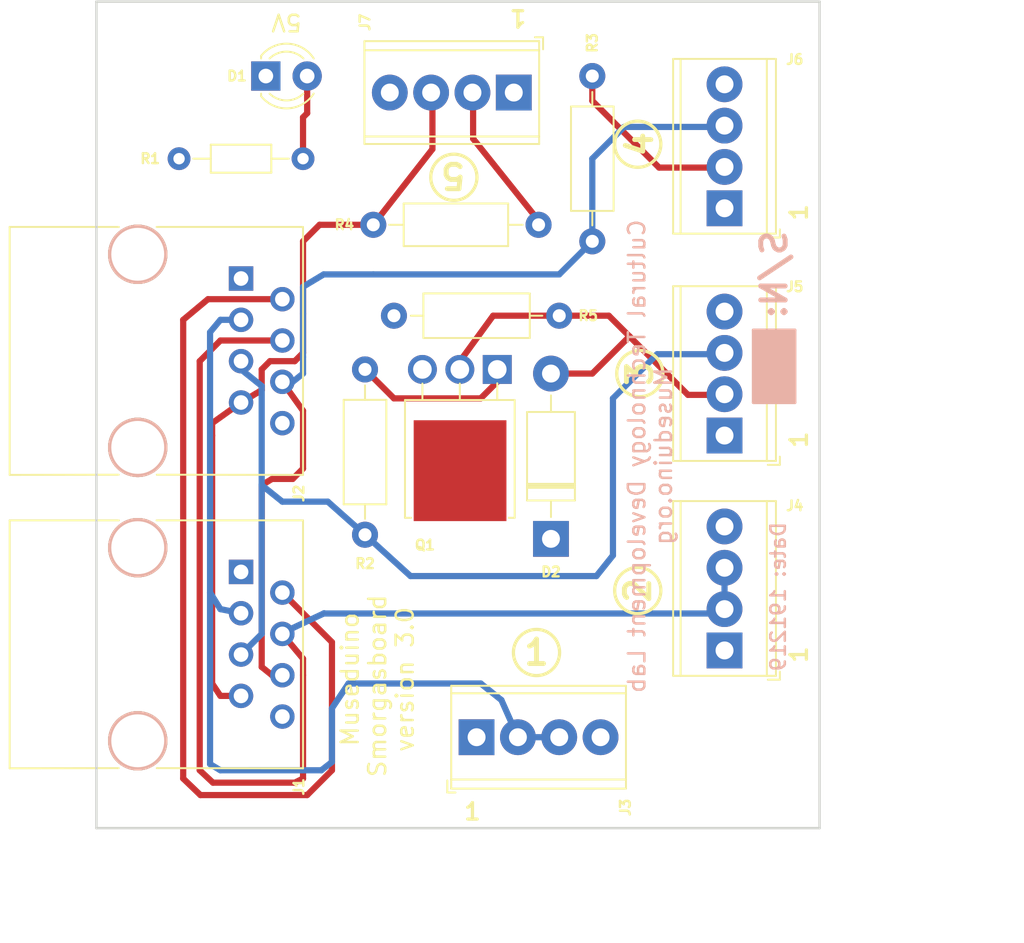
<source format=kicad_pcb>
(kicad_pcb (version 20171130) (host pcbnew "(5.0.0-3-g5ebb6b6)")

  (general
    (thickness 1.6)
    (drawings 30)
    (tracks 115)
    (zones 0)
    (modules 17)
    (nets 14)
  )

  (page USLetter)
  (title_block
    (title "Museduino Smorgasboard v3.0")
    (date 2017-11-28)
    (rev Smorg_3.0)
    (company CTDL)
    (comment 1 "Design: S. Cohen")
  )

  (layers
    (0 F.Cu signal)
    (1 In1.Cu power hide)
    (2 In2.Cu power hide)
    (31 B.Cu signal)
    (33 F.Adhes user)
    (34 B.Paste user)
    (35 F.Paste user)
    (36 B.SilkS user)
    (37 F.SilkS user)
    (38 B.Mask user)
    (39 F.Mask user)
    (40 Dwgs.User user)
    (41 Cmts.User user)
    (42 Eco1.User user)
    (43 Eco2.User user)
    (44 Edge.Cuts user)
    (45 Margin user)
    (46 B.CrtYd user)
    (47 F.CrtYd user)
    (49 F.Fab user)
  )

  (setup
    (last_trace_width 0.1524)
    (user_trace_width 0.381)
    (user_trace_width 0.508)
    (user_trace_width 1.016)
    (trace_clearance 0.1524)
    (zone_clearance 0.508)
    (zone_45_only no)
    (trace_min 0.1524)
    (segment_width 0.2)
    (edge_width 0.15)
    (via_size 0.6858)
    (via_drill 0.3302)
    (via_min_size 0.6858)
    (via_min_drill 0.3302)
    (uvia_size 0.762)
    (uvia_drill 0.508)
    (uvias_allowed no)
    (uvia_min_size 0)
    (uvia_min_drill 0)
    (pcb_text_width 0.3)
    (pcb_text_size 1.5 1.5)
    (mod_edge_width 0.15)
    (mod_text_size 1 1)
    (mod_text_width 0.15)
    (pad_size 1.524 1.524)
    (pad_drill 0.762)
    (pad_to_mask_clearance 0.2)
    (aux_axis_origin 0 0)
    (visible_elements 7FFFFFFF)
    (pcbplotparams
      (layerselection 0x00030_80000001)
      (usegerberextensions false)
      (usegerberattributes false)
      (usegerberadvancedattributes false)
      (creategerberjobfile false)
      (excludeedgelayer true)
      (linewidth 0.100000)
      (plotframeref false)
      (viasonmask false)
      (mode 1)
      (useauxorigin false)
      (hpglpennumber 1)
      (hpglpenspeed 20)
      (hpglpendiameter 15.000000)
      (psnegative false)
      (psa4output false)
      (plotreference true)
      (plotvalue true)
      (plotinvisibletext false)
      (padsonsilk false)
      (subtractmaskfromsilk false)
      (outputformat 1)
      (mirror false)
      (drillshape 1)
      (scaleselection 1)
      (outputdirectory ""))
  )

  (net 0 "")
  (net 1 GND)
  (net 2 "Net-(D1-Pad2)")
  (net 3 +5V)
  (net 4 +3V3)
  (net 5 Sense_1)
  (net 6 Sense_2)
  (net 7 Sense_3)
  (net 8 Sense_4)
  (net 9 Sense_5)
  (net 10 "Net-(J7-Pad2)")
  (net 11 "Net-(Q1-Pad1)")
  (net 12 "Net-(D2-Pad2)")
  (net 13 "Net-(J6-Pad2)")

  (net_class Default "This is the default net class."
    (clearance 0.1524)
    (trace_width 0.1524)
    (via_dia 0.6858)
    (via_drill 0.3302)
    (uvia_dia 0.762)
    (uvia_drill 0.508)
    (add_net +5V)
    (add_net GND)
    (add_net "Net-(D2-Pad2)")
    (add_net "Net-(J6-Pad2)")
    (add_net "Net-(Q1-Pad1)")
  )

  (net_class Power_1 ""
    (clearance 0.1524)
    (trace_width 0.508)
    (via_dia 0.6858)
    (via_drill 0.3302)
    (uvia_dia 0.762)
    (uvia_drill 0.508)
    (add_net +3V3)
  )

  (net_class Signal_1 ""
    (clearance 0.1524)
    (trace_width 0.381)
    (via_dia 0.6858)
    (via_drill 0.3302)
    (uvia_dia 0.762)
    (uvia_drill 0.508)
    (add_net "Net-(D1-Pad2)")
    (add_net "Net-(J7-Pad2)")
    (add_net Sense_1)
    (add_net Sense_2)
    (add_net Sense_3)
    (add_net Sense_4)
    (add_net Sense_5)
  )

  (module TerminalBlock_Phoenix:TerminalBlock_Phoenix_MPT-0,5-4-2.54_1x04_P2.54mm_Horizontal (layer F.Cu) (tedit 5C536574) (tstamp 5AC40252)
    (at 57.658 38.1 90)
    (descr "Terminal Block Phoenix MPT-0,5-4-2.54, 4 pins, pitch 2.54mm, size 10.6x6.2mm^2, drill diamater 1.1mm, pad diameter 2.2mm, see http://www.mouser.com/ds/2/324/ItemDetail_1725672-916605.pdf, script-generated using https://github.com/pointhi/kicad-footprint-generator/scripts/TerminalBlock_Phoenix")
    (tags "THT Terminal Block Phoenix MPT-0,5-4-2.54 pitch 2.54mm size 10.6x6.2mm^2 drill 1.1mm pad 2.2mm")
    (path /5A1DA5EF)
    (fp_text reference J6 (at 9.144 4.318 180) (layer F.SilkS)
      (effects (font (size 0.6 0.6) (thickness 0.15)))
    )
    (fp_text value CONN_01X04 (at 3.81 4.16 90) (layer F.Fab)
      (effects (font (size 1 1) (thickness 0.15)))
    )
    (fp_text user %R (at 3.81 2 90) (layer F.Fab)
      (effects (font (size 1 1) (thickness 0.15)))
    )
    (fp_line (start 9.63 -3.6) (end -2 -3.6) (layer F.CrtYd) (width 0.05))
    (fp_line (start 9.63 3.6) (end 9.63 -3.6) (layer F.CrtYd) (width 0.05))
    (fp_line (start -2 3.6) (end 9.63 3.6) (layer F.CrtYd) (width 0.05))
    (fp_line (start -2 -3.6) (end -2 3.6) (layer F.CrtYd) (width 0.05))
    (fp_line (start -1.8 3.4) (end -1.3 3.4) (layer F.SilkS) (width 0.12))
    (fp_line (start -1.8 2.66) (end -1.8 3.4) (layer F.SilkS) (width 0.12))
    (fp_line (start 8.321 -0.835) (end 6.786 0.7) (layer F.Fab) (width 0.1))
    (fp_line (start 8.455 -0.7) (end 6.92 0.835) (layer F.Fab) (width 0.1))
    (fp_line (start 5.781 -0.835) (end 4.246 0.7) (layer F.Fab) (width 0.1))
    (fp_line (start 5.915 -0.7) (end 4.38 0.835) (layer F.Fab) (width 0.1))
    (fp_line (start 3.241 -0.835) (end 1.706 0.7) (layer F.Fab) (width 0.1))
    (fp_line (start 3.375 -0.7) (end 1.84 0.835) (layer F.Fab) (width 0.1))
    (fp_line (start 0.701 -0.835) (end -0.835 0.7) (layer F.Fab) (width 0.1))
    (fp_line (start 0.835 -0.7) (end -0.701 0.835) (layer F.Fab) (width 0.1))
    (fp_line (start 9.18 -3.16) (end 9.18 3.16) (layer F.SilkS) (width 0.12))
    (fp_line (start -1.56 -3.16) (end -1.56 3.16) (layer F.SilkS) (width 0.12))
    (fp_line (start -1.56 3.16) (end 9.18 3.16) (layer F.SilkS) (width 0.12))
    (fp_line (start -1.56 -3.16) (end 9.18 -3.16) (layer F.SilkS) (width 0.12))
    (fp_line (start -1.56 -2.7) (end 9.18 -2.7) (layer F.SilkS) (width 0.12))
    (fp_line (start -1.5 -2.7) (end 9.12 -2.7) (layer F.Fab) (width 0.1))
    (fp_line (start -1.56 2.6) (end 9.18 2.6) (layer F.SilkS) (width 0.12))
    (fp_line (start -1.5 2.6) (end 9.12 2.6) (layer F.Fab) (width 0.1))
    (fp_line (start -1.5 2.6) (end -1.5 -3.1) (layer F.Fab) (width 0.1))
    (fp_line (start -1 3.1) (end -1.5 2.6) (layer F.Fab) (width 0.1))
    (fp_line (start 9.12 3.1) (end -1 3.1) (layer F.Fab) (width 0.1))
    (fp_line (start 9.12 -3.1) (end 9.12 3.1) (layer F.Fab) (width 0.1))
    (fp_line (start -1.5 -3.1) (end 9.12 -3.1) (layer F.Fab) (width 0.1))
    (fp_circle (center 7.62 0) (end 8.72 0) (layer F.Fab) (width 0.1))
    (fp_circle (center 5.08 0) (end 6.18 0) (layer F.Fab) (width 0.1))
    (fp_circle (center 2.54 0) (end 3.64 0) (layer F.Fab) (width 0.1))
    (fp_circle (center 0 0) (end 1.1 0) (layer F.Fab) (width 0.1))
    (pad 4 thru_hole circle (at 7.62 0 90) (size 2.2 2.2) (drill 1.1) (layers *.Cu *.Mask)
      (net 1 GND))
    (pad 3 thru_hole circle (at 5.08 0 90) (size 2.2 2.2) (drill 1.1) (layers *.Cu *.Mask)
      (net 8 Sense_4))
    (pad 2 thru_hole circle (at 2.54 0 90) (size 2.2 2.2) (drill 1.1) (layers *.Cu *.Mask)
      (net 13 "Net-(J6-Pad2)"))
    (pad 1 thru_hole rect (at 0 0 90) (size 2.2 2.2) (drill 1.1) (layers *.Cu *.Mask)
      (net 3 +5V))
    (model ${KISYS3DMOD}/TerminalBlock_Phoenix.3dshapes/TerminalBlock_Phoenix_MPT-0,5-4-2.54_1x04_P2.54mm_Horizontal.wrl
      (at (xyz 0 0 0))
      (scale (xyz 1 1 1))
      (rotate (xyz 0 0 0))
    )
    (model ${KICAD_LEGACY}/modules/packages3d/TerminalBlock_Phoenix.3dshapes/TerminalBlock_Phoenix_MKDS1.5-4pol.wrl
      (offset (xyz 3.809999942779541 0 0))
      (scale (xyz 0.5 0.5 0.5))
      (rotate (xyz 0 0 0))
    )
  )

  (module TerminalBlock_Phoenix:TerminalBlock_Phoenix_MPT-0,5-4-2.54_1x04_P2.54mm_Horizontal (layer F.Cu) (tedit 5C536545) (tstamp 5AC4021C)
    (at 57.658 65.278 90)
    (descr "Terminal Block Phoenix MPT-0,5-4-2.54, 4 pins, pitch 2.54mm, size 10.6x6.2mm^2, drill diamater 1.1mm, pad diameter 2.2mm, see http://www.mouser.com/ds/2/324/ItemDetail_1725672-916605.pdf, script-generated using https://github.com/pointhi/kicad-footprint-generator/scripts/TerminalBlock_Phoenix")
    (tags "THT Terminal Block Phoenix MPT-0,5-4-2.54 pitch 2.54mm size 10.6x6.2mm^2 drill 1.1mm pad 2.2mm")
    (path /5A1DA73B)
    (fp_text reference J4 (at 8.89 4.318 180) (layer F.SilkS)
      (effects (font (size 0.6 0.6) (thickness 0.15)))
    )
    (fp_text value CONN_01X04 (at 3.81 4.16 90) (layer F.Fab)
      (effects (font (size 1 1) (thickness 0.15)))
    )
    (fp_text user %R (at 3.81 2 90) (layer F.Fab)
      (effects (font (size 1 1) (thickness 0.15)))
    )
    (fp_line (start 9.63 -3.6) (end -2 -3.6) (layer F.CrtYd) (width 0.05))
    (fp_line (start 9.63 3.6) (end 9.63 -3.6) (layer F.CrtYd) (width 0.05))
    (fp_line (start -2 3.6) (end 9.63 3.6) (layer F.CrtYd) (width 0.05))
    (fp_line (start -2 -3.6) (end -2 3.6) (layer F.CrtYd) (width 0.05))
    (fp_line (start -1.8 3.4) (end -1.3 3.4) (layer F.SilkS) (width 0.12))
    (fp_line (start -1.8 2.66) (end -1.8 3.4) (layer F.SilkS) (width 0.12))
    (fp_line (start 8.321 -0.835) (end 6.786 0.7) (layer F.Fab) (width 0.1))
    (fp_line (start 8.455 -0.7) (end 6.92 0.835) (layer F.Fab) (width 0.1))
    (fp_line (start 5.781 -0.835) (end 4.246 0.7) (layer F.Fab) (width 0.1))
    (fp_line (start 5.915 -0.7) (end 4.38 0.835) (layer F.Fab) (width 0.1))
    (fp_line (start 3.241 -0.835) (end 1.706 0.7) (layer F.Fab) (width 0.1))
    (fp_line (start 3.375 -0.7) (end 1.84 0.835) (layer F.Fab) (width 0.1))
    (fp_line (start 0.701 -0.835) (end -0.835 0.7) (layer F.Fab) (width 0.1))
    (fp_line (start 0.835 -0.7) (end -0.701 0.835) (layer F.Fab) (width 0.1))
    (fp_line (start 9.18 -3.16) (end 9.18 3.16) (layer F.SilkS) (width 0.12))
    (fp_line (start -1.56 -3.16) (end -1.56 3.16) (layer F.SilkS) (width 0.12))
    (fp_line (start -1.56 3.16) (end 9.18 3.16) (layer F.SilkS) (width 0.12))
    (fp_line (start -1.56 -3.16) (end 9.18 -3.16) (layer F.SilkS) (width 0.12))
    (fp_line (start -1.56 -2.7) (end 9.18 -2.7) (layer F.SilkS) (width 0.12))
    (fp_line (start -1.5 -2.7) (end 9.12 -2.7) (layer F.Fab) (width 0.1))
    (fp_line (start -1.56 2.6) (end 9.18 2.6) (layer F.SilkS) (width 0.12))
    (fp_line (start -1.5 2.6) (end 9.12 2.6) (layer F.Fab) (width 0.1))
    (fp_line (start -1.5 2.6) (end -1.5 -3.1) (layer F.Fab) (width 0.1))
    (fp_line (start -1 3.1) (end -1.5 2.6) (layer F.Fab) (width 0.1))
    (fp_line (start 9.12 3.1) (end -1 3.1) (layer F.Fab) (width 0.1))
    (fp_line (start 9.12 -3.1) (end 9.12 3.1) (layer F.Fab) (width 0.1))
    (fp_line (start -1.5 -3.1) (end 9.12 -3.1) (layer F.Fab) (width 0.1))
    (fp_circle (center 7.62 0) (end 8.72 0) (layer F.Fab) (width 0.1))
    (fp_circle (center 5.08 0) (end 6.18 0) (layer F.Fab) (width 0.1))
    (fp_circle (center 2.54 0) (end 3.64 0) (layer F.Fab) (width 0.1))
    (fp_circle (center 0 0) (end 1.1 0) (layer F.Fab) (width 0.1))
    (pad 4 thru_hole circle (at 7.62 0 90) (size 2.2 2.2) (drill 1.1) (layers *.Cu *.Mask)
      (net 1 GND))
    (pad 3 thru_hole circle (at 5.08 0 90) (size 2.2 2.2) (drill 1.1) (layers *.Cu *.Mask)
      (net 6 Sense_2))
    (pad 2 thru_hole circle (at 2.54 0 90) (size 2.2 2.2) (drill 1.1) (layers *.Cu *.Mask)
      (net 6 Sense_2))
    (pad 1 thru_hole rect (at 0 0 90) (size 2.2 2.2) (drill 1.1) (layers *.Cu *.Mask)
      (net 3 +5V))
    (model ${KISYS3DMOD}/TerminalBlock_Phoenix.3dshapes/TerminalBlock_Phoenix_MPT-0,5-4-2.54_1x04_P2.54mm_Horizontal.wrl
      (at (xyz 0 0 0))
      (scale (xyz 1 1 1))
      (rotate (xyz 0 0 0))
    )
    (model ${KICAD_LEGACY}/modules/packages3d/TerminalBlock_Phoenix.3dshapes/TerminalBlock_Phoenix_MKDS1.5-4pol.wrl
      (offset (xyz 3.809999942779541 0 0))
      (scale (xyz 0.5 0.5 0.5))
      (rotate (xyz 0 0 0))
    )
  )

  (module TerminalBlock_Phoenix:TerminalBlock_Phoenix_MPT-0,5-4-2.54_1x04_P2.54mm_Horizontal (layer F.Cu) (tedit 5C53653C) (tstamp 5AC40237)
    (at 57.658 52.07 90)
    (descr "Terminal Block Phoenix MPT-0,5-4-2.54, 4 pins, pitch 2.54mm, size 10.6x6.2mm^2, drill diamater 1.1mm, pad diameter 2.2mm, see http://www.mouser.com/ds/2/324/ItemDetail_1725672-916605.pdf, script-generated using https://github.com/pointhi/kicad-footprint-generator/scripts/TerminalBlock_Phoenix")
    (tags "THT Terminal Block Phoenix MPT-0,5-4-2.54 pitch 2.54mm size 10.6x6.2mm^2 drill 1.1mm pad 2.2mm")
    (path /5A1DA36A)
    (fp_text reference J5 (at 9.144 4.318 180) (layer F.SilkS)
      (effects (font (size 0.6 0.6) (thickness 0.15)))
    )
    (fp_text value CONN_01X04 (at 3.81 4.16 90) (layer F.Fab)
      (effects (font (size 1 1) (thickness 0.15)))
    )
    (fp_text user %R (at 3.81 2 90) (layer F.Fab)
      (effects (font (size 1 1) (thickness 0.15)))
    )
    (fp_line (start 9.63 -3.6) (end -2 -3.6) (layer F.CrtYd) (width 0.05))
    (fp_line (start 9.63 3.6) (end 9.63 -3.6) (layer F.CrtYd) (width 0.05))
    (fp_line (start -2 3.6) (end 9.63 3.6) (layer F.CrtYd) (width 0.05))
    (fp_line (start -2 -3.6) (end -2 3.6) (layer F.CrtYd) (width 0.05))
    (fp_line (start -1.8 3.4) (end -1.3 3.4) (layer F.SilkS) (width 0.12))
    (fp_line (start -1.8 2.66) (end -1.8 3.4) (layer F.SilkS) (width 0.12))
    (fp_line (start 8.321 -0.835) (end 6.786 0.7) (layer F.Fab) (width 0.1))
    (fp_line (start 8.455 -0.7) (end 6.92 0.835) (layer F.Fab) (width 0.1))
    (fp_line (start 5.781 -0.835) (end 4.246 0.7) (layer F.Fab) (width 0.1))
    (fp_line (start 5.915 -0.7) (end 4.38 0.835) (layer F.Fab) (width 0.1))
    (fp_line (start 3.241 -0.835) (end 1.706 0.7) (layer F.Fab) (width 0.1))
    (fp_line (start 3.375 -0.7) (end 1.84 0.835) (layer F.Fab) (width 0.1))
    (fp_line (start 0.701 -0.835) (end -0.835 0.7) (layer F.Fab) (width 0.1))
    (fp_line (start 0.835 -0.7) (end -0.701 0.835) (layer F.Fab) (width 0.1))
    (fp_line (start 9.18 -3.16) (end 9.18 3.16) (layer F.SilkS) (width 0.12))
    (fp_line (start -1.56 -3.16) (end -1.56 3.16) (layer F.SilkS) (width 0.12))
    (fp_line (start -1.56 3.16) (end 9.18 3.16) (layer F.SilkS) (width 0.12))
    (fp_line (start -1.56 -3.16) (end 9.18 -3.16) (layer F.SilkS) (width 0.12))
    (fp_line (start -1.56 -2.7) (end 9.18 -2.7) (layer F.SilkS) (width 0.12))
    (fp_line (start -1.5 -2.7) (end 9.12 -2.7) (layer F.Fab) (width 0.1))
    (fp_line (start -1.56 2.6) (end 9.18 2.6) (layer F.SilkS) (width 0.12))
    (fp_line (start -1.5 2.6) (end 9.12 2.6) (layer F.Fab) (width 0.1))
    (fp_line (start -1.5 2.6) (end -1.5 -3.1) (layer F.Fab) (width 0.1))
    (fp_line (start -1 3.1) (end -1.5 2.6) (layer F.Fab) (width 0.1))
    (fp_line (start 9.12 3.1) (end -1 3.1) (layer F.Fab) (width 0.1))
    (fp_line (start 9.12 -3.1) (end 9.12 3.1) (layer F.Fab) (width 0.1))
    (fp_line (start -1.5 -3.1) (end 9.12 -3.1) (layer F.Fab) (width 0.1))
    (fp_circle (center 7.62 0) (end 8.72 0) (layer F.Fab) (width 0.1))
    (fp_circle (center 5.08 0) (end 6.18 0) (layer F.Fab) (width 0.1))
    (fp_circle (center 2.54 0) (end 3.64 0) (layer F.Fab) (width 0.1))
    (fp_circle (center 0 0) (end 1.1 0) (layer F.Fab) (width 0.1))
    (pad 4 thru_hole circle (at 7.62 0 90) (size 2.2 2.2) (drill 1.1) (layers *.Cu *.Mask)
      (net 1 GND))
    (pad 3 thru_hole circle (at 5.08 0 90) (size 2.2 2.2) (drill 1.1) (layers *.Cu *.Mask)
      (net 7 Sense_3))
    (pad 2 thru_hole circle (at 2.54 0 90) (size 2.2 2.2) (drill 1.1) (layers *.Cu *.Mask)
      (net 12 "Net-(D2-Pad2)"))
    (pad 1 thru_hole rect (at 0 0 90) (size 2.2 2.2) (drill 1.1) (layers *.Cu *.Mask)
      (net 3 +5V))
    (model ${KISYS3DMOD}/TerminalBlock_Phoenix.3dshapes/TerminalBlock_Phoenix_MPT-0,5-4-2.54_1x04_P2.54mm_Horizontal.wrl
      (at (xyz 0 0 0))
      (scale (xyz 1 1 1))
      (rotate (xyz 0 0 0))
    )
    (model ${KICAD_LEGACY}/modules/packages3d/TerminalBlock_Phoenix.3dshapes/TerminalBlock_Phoenix_MKDS1.5-4pol.wrl
      (offset (xyz 3.809999942779541 0 0))
      (scale (xyz 0.5 0.5 0.5))
      (rotate (xyz 0 0 0))
    )
  )

  (module TerminalBlock_Phoenix:TerminalBlock_Phoenix_MPT-0,5-4-2.54_1x04_P2.54mm_Horizontal (layer F.Cu) (tedit 5C536565) (tstamp 5B37DF16)
    (at 42.418 70.612)
    (descr "Terminal Block Phoenix MPT-0,5-4-2.54, 4 pins, pitch 2.54mm, size 10.6x6.2mm^2, drill diamater 1.1mm, pad diameter 2.2mm, see http://www.mouser.com/ds/2/324/ItemDetail_1725672-916605.pdf, script-generated using https://github.com/pointhi/kicad-footprint-generator/scripts/TerminalBlock_Phoenix")
    (tags "THT Terminal Block Phoenix MPT-0,5-4-2.54 pitch 2.54mm size 10.6x6.2mm^2 drill 1.1mm pad 2.2mm")
    (path /5A1DA407)
    (fp_text reference J3 (at 9.144 4.318 -90) (layer F.SilkS)
      (effects (font (size 0.6 0.6) (thickness 0.15)))
    )
    (fp_text value CONN_01X04 (at 3.81 4.16) (layer F.Fab)
      (effects (font (size 1 1) (thickness 0.15)))
    )
    (fp_text user %R (at 3.81 2) (layer F.Fab)
      (effects (font (size 1 1) (thickness 0.15)))
    )
    (fp_line (start 9.63 -3.6) (end -2 -3.6) (layer F.CrtYd) (width 0.05))
    (fp_line (start 9.63 3.6) (end 9.63 -3.6) (layer F.CrtYd) (width 0.05))
    (fp_line (start -2 3.6) (end 9.63 3.6) (layer F.CrtYd) (width 0.05))
    (fp_line (start -2 -3.6) (end -2 3.6) (layer F.CrtYd) (width 0.05))
    (fp_line (start -1.8 3.4) (end -1.3 3.4) (layer F.SilkS) (width 0.12))
    (fp_line (start -1.8 2.66) (end -1.8 3.4) (layer F.SilkS) (width 0.12))
    (fp_line (start 8.321 -0.835) (end 6.786 0.7) (layer F.Fab) (width 0.1))
    (fp_line (start 8.455 -0.7) (end 6.92 0.835) (layer F.Fab) (width 0.1))
    (fp_line (start 5.781 -0.835) (end 4.246 0.7) (layer F.Fab) (width 0.1))
    (fp_line (start 5.915 -0.7) (end 4.38 0.835) (layer F.Fab) (width 0.1))
    (fp_line (start 3.241 -0.835) (end 1.706 0.7) (layer F.Fab) (width 0.1))
    (fp_line (start 3.375 -0.7) (end 1.84 0.835) (layer F.Fab) (width 0.1))
    (fp_line (start 0.701 -0.835) (end -0.835 0.7) (layer F.Fab) (width 0.1))
    (fp_line (start 0.835 -0.7) (end -0.701 0.835) (layer F.Fab) (width 0.1))
    (fp_line (start 9.18 -3.16) (end 9.18 3.16) (layer F.SilkS) (width 0.12))
    (fp_line (start -1.56 -3.16) (end -1.56 3.16) (layer F.SilkS) (width 0.12))
    (fp_line (start -1.56 3.16) (end 9.18 3.16) (layer F.SilkS) (width 0.12))
    (fp_line (start -1.56 -3.16) (end 9.18 -3.16) (layer F.SilkS) (width 0.12))
    (fp_line (start -1.56 -2.7) (end 9.18 -2.7) (layer F.SilkS) (width 0.12))
    (fp_line (start -1.5 -2.7) (end 9.12 -2.7) (layer F.Fab) (width 0.1))
    (fp_line (start -1.56 2.6) (end 9.18 2.6) (layer F.SilkS) (width 0.12))
    (fp_line (start -1.5 2.6) (end 9.12 2.6) (layer F.Fab) (width 0.1))
    (fp_line (start -1.5 2.6) (end -1.5 -3.1) (layer F.Fab) (width 0.1))
    (fp_line (start -1 3.1) (end -1.5 2.6) (layer F.Fab) (width 0.1))
    (fp_line (start 9.12 3.1) (end -1 3.1) (layer F.Fab) (width 0.1))
    (fp_line (start 9.12 -3.1) (end 9.12 3.1) (layer F.Fab) (width 0.1))
    (fp_line (start -1.5 -3.1) (end 9.12 -3.1) (layer F.Fab) (width 0.1))
    (fp_circle (center 7.62 0) (end 8.72 0) (layer F.Fab) (width 0.1))
    (fp_circle (center 5.08 0) (end 6.18 0) (layer F.Fab) (width 0.1))
    (fp_circle (center 2.54 0) (end 3.64 0) (layer F.Fab) (width 0.1))
    (fp_circle (center 0 0) (end 1.1 0) (layer F.Fab) (width 0.1))
    (pad 4 thru_hole circle (at 7.62 0) (size 2.2 2.2) (drill 1.1) (layers *.Cu *.Mask)
      (net 1 GND))
    (pad 3 thru_hole circle (at 5.08 0) (size 2.2 2.2) (drill 1.1) (layers *.Cu *.Mask)
      (net 5 Sense_1))
    (pad 2 thru_hole circle (at 2.54 0) (size 2.2 2.2) (drill 1.1) (layers *.Cu *.Mask)
      (net 5 Sense_1))
    (pad 1 thru_hole rect (at 0 0) (size 2.2 2.2) (drill 1.1) (layers *.Cu *.Mask)
      (net 3 +5V))
    (model ${KISYS3DMOD}/TerminalBlock_Phoenix.3dshapes/TerminalBlock_Phoenix_MPT-0,5-4-2.54_1x04_P2.54mm_Horizontal.wrl
      (at (xyz 0 0 0))
      (scale (xyz 1 1 1))
      (rotate (xyz 0 0 0))
    )
    (model ${KICAD_LEGACY}/modules/packages3d/TerminalBlock_Phoenix.3dshapes/TerminalBlock_Phoenix_MKDS1.5-4pol.wrl
      (offset (xyz 3.809999942779541 0 0))
      (scale (xyz 0.5 0.5 0.5))
      (rotate (xyz 0 0 0))
    )
  )

  (module TerminalBlock_Phoenix:TerminalBlock_Phoenix_MPT-0,5-4-2.54_1x04_P2.54mm_Horizontal (layer F.Cu) (tedit 5C536614) (tstamp 5AC4026D)
    (at 44.704 30.988 180)
    (descr "Terminal Block Phoenix MPT-0,5-4-2.54, 4 pins, pitch 2.54mm, size 10.6x6.2mm^2, drill diamater 1.1mm, pad diameter 2.2mm, see http://www.mouser.com/ds/2/324/ItemDetail_1725672-916605.pdf, script-generated using https://github.com/pointhi/kicad-footprint-generator/scripts/TerminalBlock_Phoenix")
    (tags "THT Terminal Block Phoenix MPT-0,5-4-2.54 pitch 2.54mm size 10.6x6.2mm^2 drill 1.1mm pad 2.2mm")
    (path /5A1DA78F)
    (fp_text reference J7 (at 9.144 4.318 270) (layer F.SilkS)
      (effects (font (size 0.6 0.6) (thickness 0.15)))
    )
    (fp_text value CONN_01X04 (at 3.81 4.16 180) (layer F.Fab)
      (effects (font (size 1 1) (thickness 0.15)))
    )
    (fp_text user %R (at 3.81 2 180) (layer F.Fab)
      (effects (font (size 1 1) (thickness 0.15)))
    )
    (fp_line (start 9.63 -3.6) (end -2 -3.6) (layer F.CrtYd) (width 0.05))
    (fp_line (start 9.63 3.6) (end 9.63 -3.6) (layer F.CrtYd) (width 0.05))
    (fp_line (start -2 3.6) (end 9.63 3.6) (layer F.CrtYd) (width 0.05))
    (fp_line (start -2 -3.6) (end -2 3.6) (layer F.CrtYd) (width 0.05))
    (fp_line (start -1.8 3.4) (end -1.3 3.4) (layer F.SilkS) (width 0.12))
    (fp_line (start -1.8 2.66) (end -1.8 3.4) (layer F.SilkS) (width 0.12))
    (fp_line (start 8.321 -0.835) (end 6.786 0.7) (layer F.Fab) (width 0.1))
    (fp_line (start 8.455 -0.7) (end 6.92 0.835) (layer F.Fab) (width 0.1))
    (fp_line (start 5.781 -0.835) (end 4.246 0.7) (layer F.Fab) (width 0.1))
    (fp_line (start 5.915 -0.7) (end 4.38 0.835) (layer F.Fab) (width 0.1))
    (fp_line (start 3.241 -0.835) (end 1.706 0.7) (layer F.Fab) (width 0.1))
    (fp_line (start 3.375 -0.7) (end 1.84 0.835) (layer F.Fab) (width 0.1))
    (fp_line (start 0.701 -0.835) (end -0.835 0.7) (layer F.Fab) (width 0.1))
    (fp_line (start 0.835 -0.7) (end -0.701 0.835) (layer F.Fab) (width 0.1))
    (fp_line (start 9.18 -3.16) (end 9.18 3.16) (layer F.SilkS) (width 0.12))
    (fp_line (start -1.56 -3.16) (end -1.56 3.16) (layer F.SilkS) (width 0.12))
    (fp_line (start -1.56 3.16) (end 9.18 3.16) (layer F.SilkS) (width 0.12))
    (fp_line (start -1.56 -3.16) (end 9.18 -3.16) (layer F.SilkS) (width 0.12))
    (fp_line (start -1.56 -2.7) (end 9.18 -2.7) (layer F.SilkS) (width 0.12))
    (fp_line (start -1.5 -2.7) (end 9.12 -2.7) (layer F.Fab) (width 0.1))
    (fp_line (start -1.56 2.6) (end 9.18 2.6) (layer F.SilkS) (width 0.12))
    (fp_line (start -1.5 2.6) (end 9.12 2.6) (layer F.Fab) (width 0.1))
    (fp_line (start -1.5 2.6) (end -1.5 -3.1) (layer F.Fab) (width 0.1))
    (fp_line (start -1 3.1) (end -1.5 2.6) (layer F.Fab) (width 0.1))
    (fp_line (start 9.12 3.1) (end -1 3.1) (layer F.Fab) (width 0.1))
    (fp_line (start 9.12 -3.1) (end 9.12 3.1) (layer F.Fab) (width 0.1))
    (fp_line (start -1.5 -3.1) (end 9.12 -3.1) (layer F.Fab) (width 0.1))
    (fp_circle (center 7.62 0) (end 8.72 0) (layer F.Fab) (width 0.1))
    (fp_circle (center 5.08 0) (end 6.18 0) (layer F.Fab) (width 0.1))
    (fp_circle (center 2.54 0) (end 3.64 0) (layer F.Fab) (width 0.1))
    (fp_circle (center 0 0) (end 1.1 0) (layer F.Fab) (width 0.1))
    (pad 4 thru_hole circle (at 7.62 0 180) (size 2.2 2.2) (drill 1.1) (layers *.Cu *.Mask)
      (net 1 GND))
    (pad 3 thru_hole circle (at 5.08 0 180) (size 2.2 2.2) (drill 1.1) (layers *.Cu *.Mask)
      (net 9 Sense_5))
    (pad 2 thru_hole circle (at 2.54 0 180) (size 2.2 2.2) (drill 1.1) (layers *.Cu *.Mask)
      (net 10 "Net-(J7-Pad2)"))
    (pad 1 thru_hole rect (at 0 0 180) (size 2.2 2.2) (drill 1.1) (layers *.Cu *.Mask)
      (net 3 +5V))
    (model ${KISYS3DMOD}/TerminalBlock_Phoenix.3dshapes/TerminalBlock_Phoenix_MPT-0,5-4-2.54_1x04_P2.54mm_Horizontal.wrl
      (at (xyz 0 0 0))
      (scale (xyz 1 1 1))
      (rotate (xyz 0 0 0))
    )
    (model ${KICAD_LEGACY}/modules/packages3d/TerminalBlock_Phoenix.3dshapes/TerminalBlock_Phoenix_MKDS1.5-4pol.wrl
      (offset (xyz 3.809999942779541 0 0))
      (scale (xyz 0.5 0.5 0.5))
      (rotate (xyz 0 0 0))
    )
  )

  (module Diode_THT:D_DO-41_SOD81_P10.16mm_Horizontal (layer F.Cu) (tedit 5BA7D64C) (tstamp 5BA3C241)
    (at 46.99 58.42 90)
    (descr "Diode, DO-41_SOD81 series, Axial, Horizontal, pin pitch=10.16mm, , length*diameter=5.2*2.7mm^2, , http://www.diodes.com/_files/packages/DO-41%20(Plastic).pdf")
    (tags "Diode DO-41_SOD81 series Axial Horizontal pin pitch 10.16mm  length 5.2mm diameter 2.7mm")
    (path /5BA688FD)
    (fp_text reference D2 (at -2.032 0 180) (layer F.SilkS)
      (effects (font (size 0.6 0.6) (thickness 0.15)))
    )
    (fp_text value 1N4001 (at 5.08 2.47 90) (layer F.Fab)
      (effects (font (size 1 1) (thickness 0.15)))
    )
    (fp_line (start 2.48 -1.35) (end 2.48 1.35) (layer F.Fab) (width 0.1))
    (fp_line (start 2.48 1.35) (end 7.68 1.35) (layer F.Fab) (width 0.1))
    (fp_line (start 7.68 1.35) (end 7.68 -1.35) (layer F.Fab) (width 0.1))
    (fp_line (start 7.68 -1.35) (end 2.48 -1.35) (layer F.Fab) (width 0.1))
    (fp_line (start 0 0) (end 2.48 0) (layer F.Fab) (width 0.1))
    (fp_line (start 10.16 0) (end 7.68 0) (layer F.Fab) (width 0.1))
    (fp_line (start 3.26 -1.35) (end 3.26 1.35) (layer F.Fab) (width 0.1))
    (fp_line (start 3.36 -1.35) (end 3.36 1.35) (layer F.Fab) (width 0.1))
    (fp_line (start 3.16 -1.35) (end 3.16 1.35) (layer F.Fab) (width 0.1))
    (fp_line (start 2.36 -1.47) (end 2.36 1.47) (layer F.SilkS) (width 0.12))
    (fp_line (start 2.36 1.47) (end 7.8 1.47) (layer F.SilkS) (width 0.12))
    (fp_line (start 7.8 1.47) (end 7.8 -1.47) (layer F.SilkS) (width 0.12))
    (fp_line (start 7.8 -1.47) (end 2.36 -1.47) (layer F.SilkS) (width 0.12))
    (fp_line (start 1.34 0) (end 2.36 0) (layer F.SilkS) (width 0.12))
    (fp_line (start 8.82 0) (end 7.8 0) (layer F.SilkS) (width 0.12))
    (fp_line (start 3.26 -1.47) (end 3.26 1.47) (layer F.SilkS) (width 0.12))
    (fp_line (start 3.38 -1.47) (end 3.38 1.47) (layer F.SilkS) (width 0.12))
    (fp_line (start 3.14 -1.47) (end 3.14 1.47) (layer F.SilkS) (width 0.12))
    (fp_line (start -1.35 -1.6) (end -1.35 1.6) (layer F.CrtYd) (width 0.05))
    (fp_line (start -1.35 1.6) (end 11.51 1.6) (layer F.CrtYd) (width 0.05))
    (fp_line (start 11.51 1.6) (end 11.51 -1.6) (layer F.CrtYd) (width 0.05))
    (fp_line (start 11.51 -1.6) (end -1.35 -1.6) (layer F.CrtYd) (width 0.05))
    (fp_text user %R (at 5.08 0 90) (layer F.Fab)
      (effects (font (size 1 1) (thickness 0.15)))
    )
    (pad 1 thru_hole rect (at 0 0 90) (size 2.2 2.2) (drill 1.1) (layers *.Cu *.Mask)
      (net 3 +5V))
    (pad 2 thru_hole oval (at 10.16 0 90) (size 2.2 2.2) (drill 1.1) (layers *.Cu *.Mask)
      (net 12 "Net-(D2-Pad2)"))
    (model ${KISYS3DMOD}/Diode_THT.3dshapes/D_DO-41_SOD81_P10.16mm_Horizontal.wrl
      (at (xyz 0 0 0))
      (scale (xyz 1 1 1))
      (rotate (xyz 0 0 0))
    )
  )

  (module Resistor_THT:R_Axial_DIN0207_L6.3mm_D2.5mm_P10.16mm_Horizontal (layer F.Cu) (tedit 5BA3C9DB) (tstamp 5BA3C7DE)
    (at 47.498 44.704 180)
    (descr "Resistor, Axial_DIN0207 series, Axial, Horizontal, pin pitch=10.16mm, 0.25W = 1/4W, length*diameter=6.3*2.5mm^2, http://cdn-reichelt.de/documents/datenblatt/B400/1_4W%23YAG.pdf")
    (tags "Resistor Axial_DIN0207 series Axial Horizontal pin pitch 10.16mm 0.25W = 1/4W length 6.3mm diameter 2.5mm")
    (path /5BA54E2C)
    (fp_text reference R5 (at -1.778 0 180) (layer F.SilkS)
      (effects (font (size 0.6 0.6) (thickness 0.15)))
    )
    (fp_text value 10k (at 5.08 2.37 180) (layer F.Fab)
      (effects (font (size 1 1) (thickness 0.15)))
    )
    (fp_text user 10k (at 5.08 0 180) (layer F.Fab)
      (effects (font (size 1 1) (thickness 0.15)))
    )
    (fp_line (start 11.21 -1.5) (end -1.05 -1.5) (layer F.CrtYd) (width 0.05))
    (fp_line (start 11.21 1.5) (end 11.21 -1.5) (layer F.CrtYd) (width 0.05))
    (fp_line (start -1.05 1.5) (end 11.21 1.5) (layer F.CrtYd) (width 0.05))
    (fp_line (start -1.05 -1.5) (end -1.05 1.5) (layer F.CrtYd) (width 0.05))
    (fp_line (start 9.12 0) (end 8.35 0) (layer F.SilkS) (width 0.12))
    (fp_line (start 1.04 0) (end 1.81 0) (layer F.SilkS) (width 0.12))
    (fp_line (start 8.35 -1.37) (end 1.81 -1.37) (layer F.SilkS) (width 0.12))
    (fp_line (start 8.35 1.37) (end 8.35 -1.37) (layer F.SilkS) (width 0.12))
    (fp_line (start 1.81 1.37) (end 8.35 1.37) (layer F.SilkS) (width 0.12))
    (fp_line (start 1.81 -1.37) (end 1.81 1.37) (layer F.SilkS) (width 0.12))
    (fp_line (start 10.16 0) (end 8.23 0) (layer F.Fab) (width 0.1))
    (fp_line (start 0 0) (end 1.93 0) (layer F.Fab) (width 0.1))
    (fp_line (start 8.23 -1.25) (end 1.93 -1.25) (layer F.Fab) (width 0.1))
    (fp_line (start 8.23 1.25) (end 8.23 -1.25) (layer F.Fab) (width 0.1))
    (fp_line (start 1.93 1.25) (end 8.23 1.25) (layer F.Fab) (width 0.1))
    (fp_line (start 1.93 -1.25) (end 1.93 1.25) (layer F.Fab) (width 0.1))
    (pad 2 thru_hole oval (at 10.16 0 180) (size 1.6 1.6) (drill 0.8) (layers *.Cu *.Mask)
      (net 1 GND))
    (pad 1 thru_hole circle (at 0 0 180) (size 1.6 1.6) (drill 0.8) (layers *.Cu *.Mask)
      (net 12 "Net-(D2-Pad2)"))
    (model ${KISYS3DMOD}/Resistor_THT.3dshapes/R_Axial_DIN0207_L6.3mm_D2.5mm_P10.16mm_Horizontal.wrl
      (at (xyz 0 0 0))
      (scale (xyz 1 1 1))
      (rotate (xyz 0 0 0))
    )
  )

  (module Resistors_THT:R_Axial_DIN0204_L3.6mm_D1.6mm_P7.62mm_Horizontal (layer F.Cu) (tedit 5BA3CD72) (tstamp 5A1E04FE)
    (at 24.13 35.052)
    (descr "Resistor, Axial_DIN0204 series, Axial, Horizontal, pin pitch=7.62mm, 0.16666666666666666W = 1/6W, length*diameter=3.6*1.6mm^2, http://cdn-reichelt.de/documents/datenblatt/B400/1_4W%23YAG.pdf")
    (tags "Resistor Axial_DIN0204 series Axial Horizontal pin pitch 7.62mm 0.16666666666666666W = 1/6W length 3.6mm diameter 1.6mm")
    (path /5A1DA161)
    (fp_text reference R1 (at -1.778 0) (layer F.SilkS)
      (effects (font (size 0.6 0.6) (thickness 0.15)))
    )
    (fp_text value 470 (at 3.81 1.86) (layer F.Fab)
      (effects (font (size 1 1) (thickness 0.15)))
    )
    (fp_line (start 2.01 -0.8) (end 2.01 0.8) (layer F.Fab) (width 0.1))
    (fp_line (start 2.01 0.8) (end 5.61 0.8) (layer F.Fab) (width 0.1))
    (fp_line (start 5.61 0.8) (end 5.61 -0.8) (layer F.Fab) (width 0.1))
    (fp_line (start 5.61 -0.8) (end 2.01 -0.8) (layer F.Fab) (width 0.1))
    (fp_line (start 0 0) (end 2.01 0) (layer F.Fab) (width 0.1))
    (fp_line (start 7.62 0) (end 5.61 0) (layer F.Fab) (width 0.1))
    (fp_line (start 1.95 -0.86) (end 1.95 0.86) (layer F.SilkS) (width 0.12))
    (fp_line (start 1.95 0.86) (end 5.67 0.86) (layer F.SilkS) (width 0.12))
    (fp_line (start 5.67 0.86) (end 5.67 -0.86) (layer F.SilkS) (width 0.12))
    (fp_line (start 5.67 -0.86) (end 1.95 -0.86) (layer F.SilkS) (width 0.12))
    (fp_line (start 0.88 0) (end 1.95 0) (layer F.SilkS) (width 0.12))
    (fp_line (start 6.74 0) (end 5.67 0) (layer F.SilkS) (width 0.12))
    (fp_line (start -0.95 -1.15) (end -0.95 1.15) (layer F.CrtYd) (width 0.05))
    (fp_line (start -0.95 1.15) (end 8.6 1.15) (layer F.CrtYd) (width 0.05))
    (fp_line (start 8.6 1.15) (end 8.6 -1.15) (layer F.CrtYd) (width 0.05))
    (fp_line (start 8.6 -1.15) (end -0.95 -1.15) (layer F.CrtYd) (width 0.05))
    (pad 1 thru_hole circle (at 0 0) (size 1.4 1.4) (drill 0.7) (layers *.Cu *.Mask)
      (net 3 +5V))
    (pad 2 thru_hole oval (at 7.62 0) (size 1.4 1.4) (drill 0.7) (layers *.Cu *.Mask)
      (net 2 "Net-(D1-Pad2)"))
    (model ${KISYS3DMOD}/Resistors_THT.3dshapes/R_Axial_DIN0204_L3.6mm_D1.6mm_P7.62mm_Horizontal.wrl
      (at (xyz 0 0 0))
      (scale (xyz 0.393701 0.393701 0.393701))
      (rotate (xyz 0 0 0))
    )
    (model ${KICAD_LEGACY}/modules/packages3d/Resistors_THT.3dshapes/R_Axial_DIN0204_L3.6mm_D1.6mm_P7.62mm_Horizontal.wrl
      (at (xyz 0 0 0))
      (scale (xyz 0.4 0.4 0.4))
      (rotate (xyz 0 0 0))
    )
  )

  (module Mounting_Holes:MountingHole_3.2mm_M3 (layer F.Cu) (tedit 5A305727) (tstamp 5A24BDBF)
    (at 22.606 28.956)
    (descr "Mounting Hole 3.2mm, no annular, M3")
    (tags "mounting hole 3.2mm no annular m3")
    (attr virtual)
    (fp_text reference Mount_hole (at 0 -4.2) (layer F.SilkS) hide
      (effects (font (size 1 1) (thickness 0.15)))
    )
    (fp_text value MountingHole_3.2mm_M3 (at 0 4.2) (layer F.Fab)
      (effects (font (size 1 1) (thickness 0.15)))
    )
    (fp_text user %R (at 0.3 0) (layer F.Fab)
      (effects (font (size 1 1) (thickness 0.15)))
    )
    (fp_circle (center 0 0) (end 3.2 0) (layer Cmts.User) (width 0.15))
    (fp_circle (center 0 0) (end 3.45 0) (layer F.CrtYd) (width 0.05))
    (pad 1 np_thru_hole circle (at 0 0) (size 3.2 3.2) (drill 3.2) (layers *.Cu *.Mask))
  )

  (module Mounting_Holes:MountingHole_3.2mm_M3 (layer F.Cu) (tedit 5A4EB241) (tstamp 5A24BCFC)
    (at 59.69 72.39)
    (descr "Mounting Hole 3.2mm, no annular, M3")
    (tags "mounting hole 3.2mm no annular m3")
    (attr virtual)
    (fp_text reference Mount_Hole (at 0 -4.2) (layer F.SilkS) hide
      (effects (font (size 1 1) (thickness 0.15)))
    )
    (fp_text value MountingHole_3.2mm_M3 (at -6.985 3.81) (layer F.Fab)
      (effects (font (size 1 1) (thickness 0.15)))
    )
    (fp_text user %R (at 0.3 0) (layer F.Fab)
      (effects (font (size 1 1) (thickness 0.15)))
    )
    (fp_circle (center 0 0) (end 3.2 0) (layer Cmts.User) (width 0.15))
    (fp_circle (center 0 0) (end 3.45 0) (layer F.CrtYd) (width 0.05))
    (pad 1 np_thru_hole circle (at 0 0) (size 3.2 3.2) (drill 3.2) (layers *.Cu *.Mask))
  )

  (module LEDs:LED_D3.0mm (layer F.Cu) (tedit 5BA3BC57) (tstamp 5A1E041C)
    (at 29.464 29.972)
    (descr "LED, diameter 3.0mm, 2 pins")
    (tags "LED diameter 3.0mm 2 pins")
    (path /5A1DA0EA)
    (fp_text reference D1 (at -1.778 0 180) (layer F.SilkS)
      (effects (font (size 0.6 0.6) (thickness 0.15)))
    )
    (fp_text value LED (at 1.27 2.96) (layer F.Fab)
      (effects (font (size 1 1) (thickness 0.15)))
    )
    (fp_arc (start 1.27 0) (end -0.23 -1.16619) (angle 284.3) (layer F.Fab) (width 0.1))
    (fp_arc (start 1.27 0) (end -0.29 -1.235516) (angle 108.8) (layer F.SilkS) (width 0.12))
    (fp_arc (start 1.27 0) (end -0.29 1.235516) (angle -108.8) (layer F.SilkS) (width 0.12))
    (fp_arc (start 1.27 0) (end 0.229039 -1.08) (angle 87.9) (layer F.SilkS) (width 0.12))
    (fp_arc (start 1.27 0) (end 0.229039 1.08) (angle -87.9) (layer F.SilkS) (width 0.12))
    (fp_circle (center 1.27 0) (end 2.77 0) (layer F.Fab) (width 0.1))
    (fp_line (start -0.23 -1.16619) (end -0.23 1.16619) (layer F.Fab) (width 0.1))
    (fp_line (start -0.29 -1.236) (end -0.29 -1.08) (layer F.SilkS) (width 0.12))
    (fp_line (start -0.29 1.08) (end -0.29 1.236) (layer F.SilkS) (width 0.12))
    (fp_line (start -1.15 -2.25) (end -1.15 2.25) (layer F.CrtYd) (width 0.05))
    (fp_line (start -1.15 2.25) (end 3.7 2.25) (layer F.CrtYd) (width 0.05))
    (fp_line (start 3.7 2.25) (end 3.7 -2.25) (layer F.CrtYd) (width 0.05))
    (fp_line (start 3.7 -2.25) (end -1.15 -2.25) (layer F.CrtYd) (width 0.05))
    (pad 1 thru_hole rect (at 0 0) (size 1.8 1.8) (drill 0.9) (layers *.Cu *.Mask)
      (net 1 GND))
    (pad 2 thru_hole circle (at 2.54 0) (size 1.8 1.8) (drill 0.9) (layers *.Cu *.Mask)
      (net 2 "Net-(D1-Pad2)"))
    (model ${KISYS3DMOD}/LEDs.3dshapes/LED_D3.0mm.wrl
      (at (xyz 0 0 0))
      (scale (xyz 0.393701 0.393701 0.393701))
      (rotate (xyz 0 0 0))
    )
    (model ${KICAD_LEGACY}/modules/packages3d/LEDs.3dshapes/LED_D3.0mm.wrl
      (at (xyz 0 0 0))
      (scale (xyz 0.4 0.4 0.4))
      (rotate (xyz 0 0 0))
    )
  )

  (module Connectors:RJ45_8 (layer F.Cu) (tedit 5AD432FB) (tstamp 5A1E0434)
    (at 27.94 60.452 270)
    (tags RJ45)
    (path /5A0F6021)
    (fp_text reference J1 (at 13.208 -3.556 270) (layer F.SilkS)
      (effects (font (size 0.6 0.6) (thickness 0.15)))
    )
    (fp_text value RJ45_01X08 (at 4.59 6.25 270) (layer F.Fab)
      (effects (font (size 1 1) (thickness 0.15)))
    )
    (fp_line (start -3.17 14.22) (end 12.07 14.22) (layer F.SilkS) (width 0.12))
    (fp_line (start 12.07 -3.81) (end 12.06 5.18) (layer F.SilkS) (width 0.12))
    (fp_line (start 12.07 -3.81) (end -3.17 -3.81) (layer F.SilkS) (width 0.12))
    (fp_line (start -3.17 -3.81) (end -3.17 5.19) (layer F.SilkS) (width 0.12))
    (fp_line (start 12.06 7.52) (end 12.07 14.22) (layer F.SilkS) (width 0.12))
    (fp_line (start -3.17 7.51) (end -3.17 14.22) (layer F.SilkS) (width 0.12))
    (fp_line (start -3.56 -4.06) (end 12.46 -4.06) (layer F.CrtYd) (width 0.05))
    (fp_line (start -3.56 -4.06) (end -3.56 14.47) (layer F.CrtYd) (width 0.05))
    (fp_line (start 12.46 14.47) (end 12.46 -4.06) (layer F.CrtYd) (width 0.05))
    (fp_line (start 12.46 14.47) (end -3.56 14.47) (layer F.CrtYd) (width 0.05))
    (pad Hole np_thru_hole circle (at 10.38 6.35 270) (size 3.65 3.65) (drill 3.25) (layers *.Cu *.SilkS *.Mask))
    (pad Hole np_thru_hole circle (at -1.49 6.35 270) (size 3.65 3.65) (drill 3.25) (layers *.Cu *.SilkS *.Mask))
    (pad 1 thru_hole rect (at 0 0 270) (size 1.5 1.5) (drill 0.9) (layers *.Cu *.Mask)
      (net 3 +5V))
    (pad 2 thru_hole circle (at 1.27 -2.54 270) (size 1.5 1.5) (drill 0.9) (layers *.Cu *.Mask)
      (net 4 +3V3))
    (pad 3 thru_hole circle (at 2.54 0 270) (size 1.5 1.5) (drill 0.9) (layers *.Cu *.Mask)
      (net 5 Sense_1))
    (pad 4 thru_hole circle (at 3.81 -2.54 270) (size 1.5 1.5) (drill 0.9) (layers *.Cu *.Mask)
      (net 6 Sense_2))
    (pad 5 thru_hole circle (at 5.08 0 270) (size 1.5 1.5) (drill 0.9) (layers *.Cu *.Mask)
      (net 7 Sense_3))
    (pad 6 thru_hole circle (at 6.35 -2.54 270) (size 1.5 1.5) (drill 0.9) (layers *.Cu *.Mask)
      (net 8 Sense_4))
    (pad 7 thru_hole circle (at 7.62 0 270) (size 1.5 1.5) (drill 0.9) (layers *.Cu *.Mask)
      (net 9 Sense_5))
    (pad 8 thru_hole circle (at 8.89 -2.54 270) (size 1.5 1.5) (drill 0.9) (layers *.Cu *.Mask)
      (net 1 GND))
    (model ${KISYS3DMOD}/Connectors.3dshapes/RJ45_8.wrl
      (offset (xyz 4.571999931335449 -6.349999904632568 0))
      (scale (xyz 0.4 0.4 0.4))
      (rotate (xyz 0 0 0))
    )
    (model ${KICAD_LEGACY}/modules/packages3d/Connectors.3dshapes/RJ45_8.wrl
      (offset (xyz 4.6989999294281 -6.349999904632568 0))
      (scale (xyz 0.4 0.4 0.4))
      (rotate (xyz 0 0 0))
    )
  )

  (module Connectors:RJ45_8 (layer F.Cu) (tedit 5AD4330E) (tstamp 5A1E044C)
    (at 27.94 42.418 270)
    (tags RJ45)
    (path /5A1D9F02)
    (fp_text reference J2 (at 13.208 -3.556 270) (layer F.SilkS)
      (effects (font (size 0.6 0.6) (thickness 0.15)))
    )
    (fp_text value RJ45_01X08 (at 4.59 6.25 270) (layer F.Fab)
      (effects (font (size 1 1) (thickness 0.15)))
    )
    (fp_line (start -3.17 14.22) (end 12.07 14.22) (layer F.SilkS) (width 0.12))
    (fp_line (start 12.07 -3.81) (end 12.06 5.18) (layer F.SilkS) (width 0.12))
    (fp_line (start 12.07 -3.81) (end -3.17 -3.81) (layer F.SilkS) (width 0.12))
    (fp_line (start -3.17 -3.81) (end -3.17 5.19) (layer F.SilkS) (width 0.12))
    (fp_line (start 12.06 7.52) (end 12.07 14.22) (layer F.SilkS) (width 0.12))
    (fp_line (start -3.17 7.51) (end -3.17 14.22) (layer F.SilkS) (width 0.12))
    (fp_line (start -3.56 -4.06) (end 12.46 -4.06) (layer F.CrtYd) (width 0.05))
    (fp_line (start -3.56 -4.06) (end -3.56 14.47) (layer F.CrtYd) (width 0.05))
    (fp_line (start 12.46 14.47) (end 12.46 -4.06) (layer F.CrtYd) (width 0.05))
    (fp_line (start 12.46 14.47) (end -3.56 14.47) (layer F.CrtYd) (width 0.05))
    (pad Hole np_thru_hole circle (at 10.38 6.35 270) (size 3.65 3.65) (drill 3.25) (layers *.Cu *.SilkS *.Mask))
    (pad Hole np_thru_hole circle (at -1.49 6.35 270) (size 3.65 3.65) (drill 3.25) (layers *.Cu *.SilkS *.Mask))
    (pad 1 thru_hole rect (at 0 0 270) (size 1.5 1.5) (drill 0.9) (layers *.Cu *.Mask)
      (net 3 +5V))
    (pad 2 thru_hole circle (at 1.27 -2.54 270) (size 1.5 1.5) (drill 0.9) (layers *.Cu *.Mask)
      (net 4 +3V3))
    (pad 3 thru_hole circle (at 2.54 0 270) (size 1.5 1.5) (drill 0.9) (layers *.Cu *.Mask)
      (net 5 Sense_1))
    (pad 4 thru_hole circle (at 3.81 -2.54 270) (size 1.5 1.5) (drill 0.9) (layers *.Cu *.Mask)
      (net 6 Sense_2))
    (pad 5 thru_hole circle (at 5.08 0 270) (size 1.5 1.5) (drill 0.9) (layers *.Cu *.Mask)
      (net 7 Sense_3))
    (pad 6 thru_hole circle (at 6.35 -2.54 270) (size 1.5 1.5) (drill 0.9) (layers *.Cu *.Mask)
      (net 8 Sense_4))
    (pad 7 thru_hole circle (at 7.62 0 270) (size 1.5 1.5) (drill 0.9) (layers *.Cu *.Mask)
      (net 9 Sense_5))
    (pad 8 thru_hole circle (at 8.89 -2.54 270) (size 1.5 1.5) (drill 0.9) (layers *.Cu *.Mask)
      (net 1 GND))
    (model ${KISYS3DMOD}/Connectors.3dshapes/RJ45_8.wrl
      (offset (xyz 4.571999931335449 -6.349999904632568 0))
      (scale (xyz 0.4 0.4 0.4))
      (rotate (xyz 0 0 0))
    )
    (model ${KICAD_LEGACY}/modules/packages3d/Connectors.3dshapes/RJ45_8.wrl
      (offset (xyz 4.571999931335449 -6.349999904632568 0))
      (scale (xyz 0.4 0.4 0.4))
      (rotate (xyz 0 0 0))
    )
  )

  (module Resistors_THT:R_Axial_DIN0207_L6.3mm_D2.5mm_P10.16mm_Horizontal (layer F.Cu) (tedit 5BA3CA16) (tstamp 5A232D04)
    (at 35.56 48.006 270)
    (descr "Resistor, Axial_DIN0207 series, Axial, Horizontal, pin pitch=10.16mm, 0.25W = 1/4W, length*diameter=6.3*2.5mm^2, http://cdn-reichelt.de/documents/datenblatt/B400/1_4W%23YAG.pdf")
    (tags "Resistor Axial_DIN0207 series Axial Horizontal pin pitch 10.16mm 0.25W = 1/4W length 6.3mm diameter 2.5mm")
    (path /5A1E1957)
    (fp_text reference R2 (at 11.938 0) (layer F.SilkS)
      (effects (font (size 0.6 0.6) (thickness 0.15)))
    )
    (fp_text value 220 (at 5.08 0 270) (layer F.Fab)
      (effects (font (size 1 1) (thickness 0.15)))
    )
    (fp_line (start 1.93 -1.25) (end 1.93 1.25) (layer F.Fab) (width 0.1))
    (fp_line (start 1.93 1.25) (end 8.23 1.25) (layer F.Fab) (width 0.1))
    (fp_line (start 8.23 1.25) (end 8.23 -1.25) (layer F.Fab) (width 0.1))
    (fp_line (start 8.23 -1.25) (end 1.93 -1.25) (layer F.Fab) (width 0.1))
    (fp_line (start 0 0) (end 1.93 0) (layer F.Fab) (width 0.1))
    (fp_line (start 10.16 0) (end 8.23 0) (layer F.Fab) (width 0.1))
    (fp_line (start 1.87 -1.31) (end 1.87 1.31) (layer F.SilkS) (width 0.12))
    (fp_line (start 1.87 1.31) (end 8.29 1.31) (layer F.SilkS) (width 0.12))
    (fp_line (start 8.29 1.31) (end 8.29 -1.31) (layer F.SilkS) (width 0.12))
    (fp_line (start 8.29 -1.31) (end 1.87 -1.31) (layer F.SilkS) (width 0.12))
    (fp_line (start 0.98 0) (end 1.87 0) (layer F.SilkS) (width 0.12))
    (fp_line (start 9.18 0) (end 8.29 0) (layer F.SilkS) (width 0.12))
    (fp_line (start -1.05 -1.6) (end -1.05 1.6) (layer F.CrtYd) (width 0.05))
    (fp_line (start -1.05 1.6) (end 11.25 1.6) (layer F.CrtYd) (width 0.05))
    (fp_line (start 11.25 1.6) (end 11.25 -1.6) (layer F.CrtYd) (width 0.05))
    (fp_line (start 11.25 -1.6) (end -1.05 -1.6) (layer F.CrtYd) (width 0.05))
    (pad 1 thru_hole circle (at 0 0 270) (size 1.6 1.6) (drill 0.8) (layers *.Cu *.Mask)
      (net 11 "Net-(Q1-Pad1)"))
    (pad 2 thru_hole oval (at 10.16 0 270) (size 1.6 1.6) (drill 0.8) (layers *.Cu *.Mask)
      (net 7 Sense_3))
    (model ${KISYS3DMOD}/Resistors_THT.3dshapes/R_Axial_DIN0207_L6.3mm_D2.5mm_P10.16mm_Horizontal.wrl
      (at (xyz 0 0 0))
      (scale (xyz 0.393701 0.393701 0.393701))
      (rotate (xyz 0 0 0))
    )
    (model ${KICAD_LEGACY}/modules/packages3d/Resistors_THT.3dshapes/R_Axial_DIN0207_L6.3mm_D2.5mm_P10.16mm_Horizontal.wrl
      (at (xyz 0 0 0))
      (scale (xyz 0.4 0.4 0.4))
      (rotate (xyz 0 0 0))
    )
  )

  (module Resistors_THT:R_Axial_DIN0207_L6.3mm_D2.5mm_P10.16mm_Horizontal (layer F.Cu) (tedit 5BA7D781) (tstamp 5A232D1A)
    (at 49.53 40.132 90)
    (descr "Resistor, Axial_DIN0207 series, Axial, Horizontal, pin pitch=10.16mm, 0.25W = 1/4W, length*diameter=6.3*2.5mm^2, http://cdn-reichelt.de/documents/datenblatt/B400/1_4W%23YAG.pdf")
    (tags "Resistor Axial_DIN0207 series Axial Horizontal pin pitch 10.16mm 0.25W = 1/4W length 6.3mm diameter 2.5mm")
    (path /5A1E2243)
    (fp_text reference R3 (at 12.192 0 90) (layer F.SilkS)
      (effects (font (size 0.6 0.6) (thickness 0.15)))
    )
    (fp_text value 470 (at 5.715 0 90) (layer F.Fab)
      (effects (font (size 1 1) (thickness 0.15)))
    )
    (fp_line (start 1.93 -1.25) (end 1.93 1.25) (layer F.Fab) (width 0.1))
    (fp_line (start 1.93 1.25) (end 8.23 1.25) (layer F.Fab) (width 0.1))
    (fp_line (start 8.23 1.25) (end 8.23 -1.25) (layer F.Fab) (width 0.1))
    (fp_line (start 8.23 -1.25) (end 1.93 -1.25) (layer F.Fab) (width 0.1))
    (fp_line (start 0 0) (end 1.93 0) (layer F.Fab) (width 0.1))
    (fp_line (start 10.16 0) (end 8.23 0) (layer F.Fab) (width 0.1))
    (fp_line (start 1.87 -1.31) (end 1.87 1.31) (layer F.SilkS) (width 0.12))
    (fp_line (start 1.87 1.31) (end 8.29 1.31) (layer F.SilkS) (width 0.12))
    (fp_line (start 8.29 1.31) (end 8.29 -1.31) (layer F.SilkS) (width 0.12))
    (fp_line (start 8.29 -1.31) (end 1.87 -1.31) (layer F.SilkS) (width 0.12))
    (fp_line (start 0.98 0) (end 1.87 0) (layer F.SilkS) (width 0.12))
    (fp_line (start 9.18 0) (end 8.29 0) (layer F.SilkS) (width 0.12))
    (fp_line (start -1.05 -1.6) (end -1.05 1.6) (layer F.CrtYd) (width 0.05))
    (fp_line (start -1.05 1.6) (end 11.25 1.6) (layer F.CrtYd) (width 0.05))
    (fp_line (start 11.25 1.6) (end 11.25 -1.6) (layer F.CrtYd) (width 0.05))
    (fp_line (start 11.25 -1.6) (end -1.05 -1.6) (layer F.CrtYd) (width 0.05))
    (pad 1 thru_hole circle (at 0 0 90) (size 1.6 1.6) (drill 0.8) (layers *.Cu *.Mask)
      (net 8 Sense_4))
    (pad 2 thru_hole oval (at 10.16 0 90) (size 1.6 1.6) (drill 0.8) (layers *.Cu *.Mask)
      (net 13 "Net-(J6-Pad2)"))
    (model ${KISYS3DMOD}/Resistors_THT.3dshapes/R_Axial_DIN0207_L6.3mm_D2.5mm_P10.16mm_Horizontal.wrl
      (at (xyz 0 0 0))
      (scale (xyz 0.393701 0.393701 0.393701))
      (rotate (xyz 0 0 0))
    )
    (model ${KICAD_LEGACY}/modules/packages3d/Resistors_THT.3dshapes/R_Axial_DIN0207_L6.3mm_D2.5mm_P10.16mm_Horizontal.wrl
      (at (xyz 0 0 0))
      (scale (xyz 0.4 0.4 0.4))
      (rotate (xyz 0 0 0))
    )
  )

  (module Resistors_THT:R_Axial_DIN0207_L6.3mm_D2.5mm_P10.16mm_Horizontal (layer F.Cu) (tedit 5BA7D5B1) (tstamp 5A232D30)
    (at 36.068 39.116)
    (descr "Resistor, Axial_DIN0207 series, Axial, Horizontal, pin pitch=10.16mm, 0.25W = 1/4W, length*diameter=6.3*2.5mm^2, http://cdn-reichelt.de/documents/datenblatt/B400/1_4W%23YAG.pdf")
    (tags "Resistor Axial_DIN0207 series Axial Horizontal pin pitch 10.16mm 0.25W = 1/4W length 6.3mm diameter 2.5mm")
    (path /5A1E12D8)
    (fp_text reference R4 (at -1.778 0) (layer F.SilkS)
      (effects (font (size 0.6 0.6) (thickness 0.15)))
    )
    (fp_text value 470 (at 5.08 0) (layer F.Fab)
      (effects (font (size 1 1) (thickness 0.15)))
    )
    (fp_line (start 1.93 -1.25) (end 1.93 1.25) (layer F.Fab) (width 0.1))
    (fp_line (start 1.93 1.25) (end 8.23 1.25) (layer F.Fab) (width 0.1))
    (fp_line (start 8.23 1.25) (end 8.23 -1.25) (layer F.Fab) (width 0.1))
    (fp_line (start 8.23 -1.25) (end 1.93 -1.25) (layer F.Fab) (width 0.1))
    (fp_line (start 0 0) (end 1.93 0) (layer F.Fab) (width 0.1))
    (fp_line (start 10.16 0) (end 8.23 0) (layer F.Fab) (width 0.1))
    (fp_line (start 1.87 -1.31) (end 1.87 1.31) (layer F.SilkS) (width 0.12))
    (fp_line (start 1.87 1.31) (end 8.29 1.31) (layer F.SilkS) (width 0.12))
    (fp_line (start 8.29 1.31) (end 8.29 -1.31) (layer F.SilkS) (width 0.12))
    (fp_line (start 8.29 -1.31) (end 1.87 -1.31) (layer F.SilkS) (width 0.12))
    (fp_line (start 0.98 0) (end 1.87 0) (layer F.SilkS) (width 0.12))
    (fp_line (start 9.18 0) (end 8.29 0) (layer F.SilkS) (width 0.12))
    (fp_line (start -1.05 -1.6) (end -1.05 1.6) (layer F.CrtYd) (width 0.05))
    (fp_line (start -1.05 1.6) (end 11.25 1.6) (layer F.CrtYd) (width 0.05))
    (fp_line (start 11.25 1.6) (end 11.25 -1.6) (layer F.CrtYd) (width 0.05))
    (fp_line (start 11.25 -1.6) (end -1.05 -1.6) (layer F.CrtYd) (width 0.05))
    (pad 1 thru_hole circle (at 0 0) (size 1.6 1.6) (drill 0.8) (layers *.Cu *.Mask)
      (net 9 Sense_5))
    (pad 2 thru_hole oval (at 10.16 0) (size 1.6 1.6) (drill 0.8) (layers *.Cu *.Mask)
      (net 10 "Net-(J7-Pad2)"))
    (model ${KISYS3DMOD}/Resistors_THT.3dshapes/R_Axial_DIN0207_L6.3mm_D2.5mm_P10.16mm_Horizontal.wrl
      (at (xyz 0 0 0))
      (scale (xyz 0.393701 0.393701 0.393701))
      (rotate (xyz 0 0 0))
    )
    (model ${KICAD_LEGACY}/modules/packages3d/Resistors_THT.3dshapes/R_Axial_DIN0207_L6.3mm_D2.5mm_P10.16mm_Horizontal.wrl
      (at (xyz 0 0 0))
      (scale (xyz 0.4 0.4 0.4))
      (rotate (xyz 0 0 0))
    )
  )

  (module KiCAD_Muse:TO-251-1EP_IPAK_Horizontal_smorg (layer F.Cu) (tedit 5AC4070A) (tstamp 5AC40288)
    (at 43.688 48.006 180)
    (descr "TO-251, Horizontal, RM 2.3mm, IPAK")
    (tags "TO-251 Horizontal RM 2.3mm IPAK")
    (path /5A2490FD)
    (fp_text reference Q1 (at 4.445 -10.795 180) (layer F.SilkS)
      (effects (font (size 0.6 0.6) (thickness 0.15)))
    )
    (fp_text value "NTD3055L104-1G " (at 2.3 1.7 180) (layer F.Fab)
      (effects (font (size 1 1) (thickness 0.15)))
    )
    (fp_text user %R (at 0.635 -11.43 180) (layer F.Fab)
      (effects (font (size 1 1) (thickness 0.15)))
    )
    (fp_line (start -0.2 -7.5) (end -0.2 -9) (layer F.Fab) (width 0.1))
    (fp_line (start -0.2 -9) (end 4.8 -9) (layer F.Fab) (width 0.1))
    (fp_line (start 4.8 -9) (end 4.8 -7.5) (layer F.Fab) (width 0.1))
    (fp_line (start 4.8 -7.5) (end -0.2 -7.5) (layer F.Fab) (width 0.1))
    (fp_line (start -0.95 -2) (end -0.95 -7.5) (layer F.Fab) (width 0.1))
    (fp_line (start -0.95 -7.5) (end 5.55 -7.5) (layer F.Fab) (width 0.1))
    (fp_line (start 5.55 -7.5) (end 5.55 -2) (layer F.Fab) (width 0.1))
    (fp_line (start 5.55 -2) (end -0.95 -2) (layer F.Fab) (width 0.1))
    (fp_line (start 0 -2) (end 0 0) (layer F.Fab) (width 0.1))
    (fp_line (start 2.3 -2) (end 2.3 0) (layer F.Fab) (width 0.1))
    (fp_line (start 4.6 -2) (end 4.6 0) (layer F.Fab) (width 0.1))
    (fp_line (start -1.071 -1.88) (end 5.67 -1.88) (layer F.SilkS) (width 0.12))
    (fp_line (start -1.071 -9.12) (end -0.701 -9.12) (layer F.SilkS) (width 0.12))
    (fp_line (start 5.301 -9.12) (end 5.67 -9.12) (layer F.SilkS) (width 0.12))
    (fp_line (start -1.071 -9.12) (end -1.071 -1.88) (layer F.SilkS) (width 0.12))
    (fp_line (start 5.67 -9.12) (end 5.67 -1.88) (layer F.SilkS) (width 0.12))
    (fp_line (start 0 -1.88) (end 0 -0.85) (layer F.SilkS) (width 0.12))
    (fp_line (start 2.3 -1.88) (end 2.3 -0.866) (layer F.SilkS) (width 0.12))
    (fp_line (start 4.6 -1.88) (end 4.6 -0.866) (layer F.SilkS) (width 0.12))
    (fp_line (start -1.21 -10.29) (end -1.21 0.95) (layer F.CrtYd) (width 0.05))
    (fp_line (start -1.21 0.95) (end 5.8 0.95) (layer F.CrtYd) (width 0.05))
    (fp_line (start 5.8 0.95) (end 5.8 -10.29) (layer F.CrtYd) (width 0.05))
    (fp_line (start 5.8 -10.29) (end -1.21 -10.29) (layer F.CrtYd) (width 0.05))
    (pad 4 smd rect (at 2.286 -6.223 180) (size 5.7 6.2) (layers F.Cu F.Paste F.Mask))
    (pad 1 thru_hole rect (at 0 0 180) (size 1.778 1.778) (drill 1.143) (layers *.Cu *.Mask)
      (net 11 "Net-(Q1-Pad1)"))
    (pad 2 thru_hole oval (at 2.3 0 180) (size 1.778 1.778) (drill 1.143) (layers *.Cu *.Mask)
      (net 12 "Net-(D2-Pad2)"))
    (pad 3 thru_hole oval (at 4.6 0 180) (size 1.778 1.778) (drill 1.143) (layers *.Cu *.Mask)
      (net 1 GND))
    (model ${KISYS3DMOD}/TO_SOT_Packages_THT.3dshapes/TO-251-1EP_IPAK_Horizontal.wrl
      (at (xyz 0 0 0))
      (scale (xyz 0.393701 0.393701 0.393701))
      (rotate (xyz 0 0 0))
    )
    (model ${KISYS3DMOD}/Package_TO_SOT_THT.3dshapes/TO-251-3-1EP_Horizontal_TabDown.wrl
      (at (xyz 0 0 0))
      (scale (xyz 1 1 1))
      (rotate (xyz 0 0 0))
    )
  )

  (dimension 44.45 (width 0.3) (layer Eco2.User)
    (gr_text "1.7500 in" (at 41.275 83.9) (layer Eco2.User)
      (effects (font (size 1.5 1.5) (thickness 0.3)))
    )
    (feature1 (pts (xy 63.5 79.375) (xy 63.5 85.25)))
    (feature2 (pts (xy 19.05 79.375) (xy 19.05 85.25)))
    (crossbar (pts (xy 19.05 82.55) (xy 63.5 82.55)))
    (arrow1a (pts (xy 63.5 82.55) (xy 62.373496 83.136421)))
    (arrow1b (pts (xy 63.5 82.55) (xy 62.373496 81.963579)))
    (arrow2a (pts (xy 19.05 82.55) (xy 20.176504 83.136421)))
    (arrow2b (pts (xy 19.05 82.55) (xy 20.176504 81.963579)))
  )
  (gr_text 1 (at 44.958 26.416 180) (layer F.SilkS)
    (effects (font (size 1.016 1.016) (thickness 0.2)))
  )
  (gr_text 1 (at 62.23 38.354 90) (layer F.SilkS)
    (effects (font (size 1.016 1.016) (thickness 0.2)))
  )
  (gr_text 1 (at 62.23 52.324 90) (layer F.SilkS)
    (effects (font (size 1.016 1.016) (thickness 0.2)))
  )
  (gr_text 1 (at 62.23 65.532 90) (layer F.SilkS)
    (effects (font (size 1.016 1.016) (thickness 0.2)))
  )
  (gr_text S/N: (at 60.706 42.164 90) (layer B.SilkS)
    (effects (font (size 1.5 1.5) (thickness 0.3)) (justify mirror))
  )
  (gr_text "Museduino\nSmorgasboard \nversion 3.0" (at 36.322 67.056 90) (layer F.SilkS) (tstamp 5A5525F7)
    (effects (font (size 1.05 1.05) (thickness 0.1524)))
  )
  (gr_text 5V (at 30.734 26.67 180) (layer F.SilkS) (tstamp 5A5525F6)
    (effects (font (size 1.016 1.016) (thickness 0.1524)))
  )
  (gr_text 1 (at 42.164 75.184) (layer F.SilkS) (tstamp 5A55256A)
    (effects (font (size 1.016 1.016) (thickness 0.2)))
  )
  (dimension 50.8 (width 0.2032) (layer Eco2.User)
    (gr_text "2.0000 in" (at 74.375 50.8 270) (layer Eco2.User)
      (effects (font (size 1.143 1.143) (thickness 0.2032)))
    )
    (feature1 (pts (xy 66.675 76.2) (xy 75.725 76.2)))
    (feature2 (pts (xy 66.675 25.4) (xy 75.725 25.4)))
    (crossbar (pts (xy 73.025 25.4) (xy 73.025 76.2)))
    (arrow1a (pts (xy 73.025 76.2) (xy 72.438579 75.073496)))
    (arrow1b (pts (xy 73.025 76.2) (xy 73.611421 75.073496)))
    (arrow2a (pts (xy 73.025 25.4) (xy 72.438579 26.526504)))
    (arrow2b (pts (xy 73.025 25.4) (xy 73.611421 26.526504)))
  )
  (gr_text "Cultural Technology Development Lab\nMuseduino.org" (at 53.086 53.34 90) (layer B.SilkS)
    (effects (font (size 1.016 1.016) (thickness 0.1524)) (justify mirror))
  )
  (gr_text "Date: 191219" (at 60.96 61.976 90) (layer B.SilkS)
    (effects (font (size 0.889 0.889) (thickness 0.1524)) (justify mirror))
  )
  (gr_line (start 59.436 45.593) (end 59.436 50.038) (angle 90) (layer B.SilkS) (width 0.2))
  (gr_line (start 61.976 45.593) (end 59.436 45.593) (angle 90) (layer B.SilkS) (width 0.2))
  (gr_line (start 61.976 50.038) (end 61.976 45.593) (angle 90) (layer B.SilkS) (width 0.2))
  (gr_line (start 59.436 50.038) (end 61.976 50.038) (angle 90) (layer B.SilkS) (width 0.2))
  (gr_text 4 (at 52.451 34.163 90) (layer F.SilkS)
    (effects (font (size 1.5 1.5) (thickness 0.3)))
  )
  (gr_circle (center 52.324 34.163) (end 53.594 34.798) (layer F.SilkS) (width 0.2) (tstamp 5A402DA5))
  (gr_text 5 (at 40.976 36.076 180) (layer F.SilkS)
    (effects (font (size 1.5 1.5) (thickness 0.3)))
  )
  (gr_circle (center 41.021 36.195) (end 42.291 36.83) (layer F.SilkS) (width 0.2) (tstamp 5A402D87))
  (gr_text 3 (at 52.451 48.26 90) (layer F.SilkS)
    (effects (font (size 1.5 1.5) (thickness 0.3)))
  )
  (gr_circle (center 52.451 48.26) (end 53.721 48.895) (layer F.SilkS) (width 0.2) (tstamp 5A402C94))
  (gr_circle (center 46.101 65.405) (end 47.371 66.04) (layer F.SilkS) (width 0.2) (tstamp 5A402C3D))
  (gr_circle (center 52.324 61.595) (end 53.594 62.23) (layer F.SilkS) (width 0.2))
  (gr_text 2 (at 52.324 61.595 90) (layer F.SilkS)
    (effects (font (size 1.5 1.5) (thickness 0.3)))
  )
  (gr_text 1 (at 46.101 65.405) (layer F.SilkS)
    (effects (font (size 1.5 1.5) (thickness 0.3)))
  )
  (gr_line (start 63.5 25.4) (end 19.05 25.4) (angle 90) (layer Edge.Cuts) (width 0.15))
  (gr_line (start 63.5 76.2) (end 63.5 25.4) (angle 90) (layer Edge.Cuts) (width 0.15))
  (gr_line (start 19.05 76.2) (end 63.5 76.2) (angle 90) (layer Edge.Cuts) (width 0.15))
  (gr_line (start 19.05 25.4) (end 19.05 76.2) (angle 90) (layer Edge.Cuts) (width 0.15))

  (segment (start 32.004 29.972) (end 32.004 32.258) (width 0.381) (layer F.Cu) (net 2) (status 400000))
  (segment (start 31.75 32.512) (end 31.75 35.052) (width 0.381) (layer F.Cu) (net 2) (tstamp 5BA803E2) (status 800020))
  (segment (start 32.004 32.258) (end 31.75 32.512) (width 0.381) (layer F.Cu) (net 2) (tstamp 5BA803E1))
  (segment (start 33.528 72.644) (end 33.528 64.77) (width 0.381) (layer F.Cu) (net 4))
  (segment (start 24.384 44.958) (end 24.384 73.152) (width 0.381) (layer F.Cu) (net 4) (tstamp 5A4704EE))
  (segment (start 30.48 43.688) (end 25.908 43.688) (width 0.381) (layer F.Cu) (net 4) (status 20))
  (segment (start 25.908 43.688) (end 24.384 44.958) (width 0.381) (layer F.Cu) (net 4))
  (segment (start 24.384 73.152) (end 25.442333 74.168) (width 0.381) (layer F.Cu) (net 4) (tstamp 5A430C8A))
  (segment (start 25.442333 74.168) (end 32.004 74.168) (width 0.381) (layer F.Cu) (net 4) (tstamp 5A430C8E))
  (segment (start 32.004 74.168) (end 33.528 72.644) (width 0.381) (layer F.Cu) (net 4) (tstamp 5A430C91))
  (segment (start 33.528 64.77) (end 30.48 61.722) (width 0.381) (layer F.Cu) (net 4) (tstamp 5A430C9B) (status 10))
  (segment (start 33.528 68.834) (end 34.544 67.31) (width 0.381) (layer B.Cu) (net 5) (tstamp 5A862A71))
  (segment (start 33.528 72.136) (end 33.528 68.834) (width 0.381) (layer B.Cu) (net 5) (tstamp 5A862A70))
  (segment (start 34.544 67.31) (end 42.672 67.31) (width 0.381) (layer B.Cu) (net 5) (tstamp 5A81DD9A))
  (segment (start 42.672 67.31) (end 43.942 68.326) (width 0.381) (layer B.Cu) (net 5) (tstamp 5A81DD9D))
  (segment (start 32.874857 72.644) (end 33.528 72.136) (width 0.381) (layer B.Cu) (net 5))
  (segment (start 43.942 68.326) (end 44.958 70.612) (width 0.381) (layer B.Cu) (net 5) (tstamp 5A81DD9E) (status 20))
  (segment (start 44.958 70.612) (end 47.498 70.612) (width 0.381) (layer B.Cu) (net 5) (tstamp 5A81DDA1))
  (segment (start 26.67 72.644) (end 32.874857 72.644) (width 0.381) (layer B.Cu) (net 5) (tstamp 5A429A31))
  (segment (start 26.67 44.958) (end 27.94 44.958) (width 0.381) (layer B.Cu) (net 5) (tstamp 5A429A63) (status 20))
  (segment (start 27.94 62.992) (end 26.67 62.738) (width 0.381) (layer B.Cu) (net 5) (status 10))
  (segment (start 27.813 62.865) (end 27.94 62.992) (width 0.508) (layer B.Cu) (net 5) (tstamp 5A413ABF) (status 30))
  (segment (start 26.035 72.263) (end 26.67 72.644) (width 0.381) (layer B.Cu) (net 5) (tstamp 5A429A2F))
  (segment (start 26.035 72.263) (end 26.035 61.722) (width 0.381) (layer B.Cu) (net 5) (tstamp 5A429A2C))
  (segment (start 26.035 61.722) (end 26.035 45.72) (width 0.381) (layer B.Cu) (net 5))
  (segment (start 26.035 45.72) (end 26.67 44.958) (width 0.381) (layer B.Cu) (net 5) (tstamp 5A429A59))
  (segment (start 26.67 62.738) (end 26.035 61.722) (width 0.381) (layer B.Cu) (net 5) (tstamp 5A4299F4))
  (segment (start 31.75 66.802) (end 31.75 65.786) (width 0.381) (layer F.Cu) (net 6) (tstamp 5A429858) (status 20))
  (segment (start 31.75 73.152) (end 31.75 66.802) (width 0.381) (layer F.Cu) (net 6) (tstamp 5A429855))
  (segment (start 31.242 73.406) (end 31.75 73.152) (width 0.381) (layer F.Cu) (net 6) (tstamp 5A429851))
  (segment (start 31.75 65.786) (end 30.48 64.262) (width 0.381) (layer F.Cu) (net 6) (tstamp 5A42985C) (status 20))
  (segment (start 26.2128 73.406) (end 31.242 73.406) (width 0.381) (layer F.Cu) (net 6) (tstamp 5A429954))
  (segment (start 26.67 46.228) (end 25.4 47.498) (width 0.381) (layer F.Cu) (net 6))
  (segment (start 25.4 72.644) (end 26.2128 73.406) (width 0.381) (layer F.Cu) (net 6) (tstamp 5A42994C))
  (segment (start 25.4 47.498) (end 25.4 72.644) (width 0.381) (layer F.Cu) (net 6) (tstamp 5A42994B))
  (segment (start 30.48 46.228) (end 26.67 46.228) (width 0.381) (layer F.Cu) (net 6) (status 10))
  (segment (start 33.05175 62.992) (end 33.02 63.006941) (width 0.381) (layer B.Cu) (net 6) (status 10))
  (segment (start 33.02 63.006941) (end 30.353 64.262) (width 0.381) (layer B.Cu) (net 6) (tstamp 5BA80472) (status 10))
  (segment (start 33.02 63.006941) (end 57.632941 63.006941) (width 0.381) (layer B.Cu) (net 6) (status 800020))
  (segment (start 57.632941 63.006941) (end 57.658 63.032) (width 0.381) (layer B.Cu) (net 6) (tstamp 5BA80474) (status C00030))
  (segment (start 57.658 63.032) (end 57.658 60.532) (width 0.381) (layer B.Cu) (net 6) (status C00030))
  (segment (start 29.21 55.118) (end 29.21 64.262) (width 0.381) (layer B.Cu) (net 7) (tstamp 5A445AE6))
  (segment (start 29.21 64.262) (end 27.94 65.532) (width 0.381) (layer B.Cu) (net 7) (tstamp 5A4298AE) (status 20))
  (segment (start 29.21 55.118) (end 30.48 56.134) (width 0.381) (layer B.Cu) (net 7))
  (segment (start 33.274 56.134) (end 35.56 58.166) (width 0.381) (layer B.Cu) (net 7) (status 800000))
  (segment (start 30.48 56.134) (end 33.274 56.134) (width 0.381) (layer B.Cu) (net 7) (tstamp 5A445AE8))
  (segment (start 35.56 58.166) (end 35.56 58.166) (width 0.381) (layer B.Cu) (net 7) (tstamp 5A869153) (status C00020))
  (segment (start 35.56 58.166) (end 35.56 58.166) (width 0.381) (layer B.Cu) (net 7) (tstamp 5A445AEB) (status C00030))
  (segment (start 29.21 49.022) (end 29.21 55.118) (width 0.381) (layer B.Cu) (net 7) (tstamp 5A4298AA))
  (segment (start 27.94 48.006) (end 29.21 49.022) (width 0.381) (layer B.Cu) (net 7) (tstamp 5A4298A7) (status 10))
  (segment (start 57.658 47.07) (end 53.514 47.07) (width 0.381) (layer B.Cu) (net 7) (status 400010))
  (segment (start 38.354 60.706) (end 35.56 58.166) (width 0.381) (layer B.Cu) (net 7) (tstamp 5BA4098B) (status 800020))
  (segment (start 49.784 60.706) (end 38.354 60.706) (width 0.381) (layer B.Cu) (net 7) (tstamp 5BA40989))
  (segment (start 50.8 59.436) (end 49.784 60.706) (width 0.381) (layer B.Cu) (net 7) (tstamp 5BA40987))
  (segment (start 50.8 49.784) (end 50.8 59.436) (width 0.381) (layer B.Cu) (net 7) (tstamp 5BA40985))
  (segment (start 53.514 47.07) (end 50.8 49.784) (width 0.381) (layer B.Cu) (net 7) (tstamp 5BA40983))
  (segment (start 29.845 66.802) (end 29.21 66.294) (width 0.381) (layer F.Cu) (net 8) (tstamp 5A4298DD) (status 10))
  (segment (start 29.845 66.802) (end 30.48 66.802) (width 0.381) (layer F.Cu) (net 8) (tstamp 5A4298EA) (status 30))
  (segment (start 31.115 48.768) (end 31.75 48.26) (width 0.381) (layer B.Cu) (net 8) (tstamp 5A44596F) (status 10))
  (segment (start 49.53 40.132) (end 47.498 42.164) (width 0.381) (layer B.Cu) (net 8) (tstamp 5BA7F222) (status 400010))
  (segment (start 36.068 42.164) (end 47.498 42.164) (width 0.381) (layer B.Cu) (net 8))
  (segment (start 31.115 48.768) (end 30.48 49.276) (width 0.381) (layer B.Cu) (net 8) (tstamp 5A445971) (status 30))
  (segment (start 33.02 42.164) (end 36.068 42.164) (width 0.381) (layer B.Cu) (net 8) (status 20))
  (segment (start 33.02 42.164) (end 31.75 42.926) (width 0.381) (layer B.Cu) (net 8))
  (segment (start 31.75 42.926) (end 31.75 44.577) (width 0.381) (layer B.Cu) (net 8) (tstamp 5A7DDE41))
  (segment (start 31.75 47.244) (end 31.75 48.26) (width 0.381) (layer B.Cu) (net 8))
  (segment (start 31.75 44.577) (end 31.75 47.244) (width 0.381) (layer B.Cu) (net 8) (tstamp 5A4458DB))
  (segment (start 57.658 33.02) (end 57.404 33.02) (width 0.381) (layer F.Cu) (net 8) (status 30))
  (segment (start 29.21 55.118) (end 29.845 54.737) (width 0.381) (layer F.Cu) (net 8))
  (segment (start 31.75 50.546) (end 30.48 48.768) (width 0.381) (layer F.Cu) (net 8) (tstamp 5A445A5D) (status 20))
  (segment (start 31.75 54.102) (end 31.75 50.546) (width 0.381) (layer F.Cu) (net 8) (tstamp 5A445A5B))
  (segment (start 31.115 54.737) (end 31.75 54.102) (width 0.381) (layer F.Cu) (net 8) (tstamp 5A445A57))
  (segment (start 29.845 54.737) (end 31.115 54.737) (width 0.381) (layer F.Cu) (net 8) (tstamp 5A445A56))
  (segment (start 29.21 55.118) (end 29.21 55.118) (width 0.381) (layer F.Cu) (net 8) (tstamp 5A4298F7))
  (segment (start 29.21 55.118) (end 29.21 55.118) (width 0.381) (layer F.Cu) (net 8) (tstamp 5A4298D5))
  (segment (start 29.21 55.118) (end 29.21 55.118) (width 0.381) (layer F.Cu) (net 8) (tstamp 5A445A21))
  (segment (start 29.21 55.118) (end 29.21 66.294) (width 0.381) (layer F.Cu) (net 8) (tstamp 5A445A54))
  (segment (start 30.48 48.768) (end 30.226 48.768) (width 0.508) (layer F.Cu) (net 8) (status 30))
  (segment (start 57.658 33.1) (end 51.482 33.1) (width 0.381) (layer B.Cu) (net 8) (status 400010))
  (segment (start 49.53 35.052) (end 49.53 40.132) (width 0.381) (layer B.Cu) (net 8) (tstamp 5BA7F21D) (status 800020))
  (segment (start 51.482 33.1) (end 49.53 35.052) (width 0.381) (layer B.Cu) (net 8) (tstamp 5BA7F21C))
  (segment (start 27.94 50.038) (end 29.21 49.276) (width 0.381) (layer F.Cu) (net 9) (tstamp 5A445B37) (status 20))
  (segment (start 29.21 48.006) (end 29.21 49.276) (width 0.381) (layer F.Cu) (net 9) (tstamp 5A445B36))
  (segment (start 31.75 46.99) (end 31.242 47.498) (width 0.381) (layer F.Cu) (net 9) (tstamp 5A445B2F))
  (segment (start 31.242 47.498) (end 29.718 47.498) (width 0.381) (layer F.Cu) (net 9) (tstamp 5A445B31))
  (segment (start 29.718 47.498) (end 29.21 48.006) (width 0.381) (layer F.Cu) (net 9) (tstamp 5A445B34))
  (segment (start 27.94 50.038) (end 26.162 51.308) (width 0.381) (layer F.Cu) (net 9) (status 10))
  (segment (start 26.162 51.308) (end 26.162 52.07) (width 0.381) (layer F.Cu) (net 9) (tstamp 5A429928))
  (segment (start 26.162 52.07) (end 26.162 67.31) (width 0.381) (layer F.Cu) (net 9) (tstamp 5A42992B))
  (segment (start 31.75 40.132) (end 31.75 46.99) (width 0.381) (layer F.Cu) (net 9) (tstamp 5A445B2B))
  (segment (start 32.766 39.116) (end 31.75 40.132) (width 0.381) (layer F.Cu) (net 9) (tstamp 5A7DDDEC) (status 10))
  (segment (start 36.068 39.116) (end 32.766 39.116) (width 0.381) (layer F.Cu) (net 9) (tstamp 5A86279E) (status 400000))
  (segment (start 26.67 68.072) (end 27.94 68.072) (width 0.381) (layer F.Cu) (net 9) (tstamp 5A42992F) (status 20))
  (segment (start 26.162 67.31) (end 26.67 68.072) (width 0.381) (layer F.Cu) (net 9) (tstamp 5A42992C))
  (segment (start 39.704 30.988) (end 39.704 34.464) (width 0.381) (layer F.Cu) (net 9) (status 400010))
  (segment (start 39.704 34.464) (end 36.068 39.116) (width 0.381) (layer F.Cu) (net 9) (tstamp 5BA40CCC) (status 800020))
  (segment (start 42.204 30.988) (end 42.204 33.822) (width 0.381) (layer F.Cu) (net 10) (status 400010))
  (segment (start 46.228 38.862) (end 46.228 39.116) (width 0.381) (layer F.Cu) (net 10) (tstamp 5BA40CC9) (status C00030))
  (segment (start 42.204 33.822) (end 46.228 38.862) (width 0.381) (layer F.Cu) (net 10) (tstamp 5BA40CC8) (status 800020))
  (segment (start 43.688 48.006) (end 43.688 48.768) (width 0.381) (layer F.Cu) (net 11) (status C00000))
  (segment (start 37.338 49.784) (end 35.56 48.006) (width 0.381) (layer F.Cu) (net 11) (tstamp 5BA7FF95) (status 800000))
  (segment (start 42.672 49.784) (end 37.338 49.784) (width 0.381) (layer F.Cu) (net 11) (tstamp 5BA7FF94))
  (segment (start 43.688 48.768) (end 42.672 49.784) (width 0.381) (layer F.Cu) (net 11) (tstamp 5BA7FF93) (status 400000))
  (segment (start 47.498 44.704) (end 43.434 44.704) (width 0.381) (layer F.Cu) (net 12) (status 400010))
  (segment (start 43.434 44.704) (end 41.388 47.512) (width 0.381) (layer F.Cu) (net 12) (tstamp 5BA7E4EC) (status 20))
  (segment (start 41.388 47.512) (end 41.388 48.006) (width 0.381) (layer F.Cu) (net 12) (tstamp 5BA7E4EE) (status C00030))
  (segment (start 57.658 49.57) (end 55.412 49.57) (width 0.381) (layer F.Cu) (net 12) (status 400010))
  (segment (start 50.546 44.704) (end 47.498 44.704) (width 0.381) (layer F.Cu) (net 12) (tstamp 5BA7FF68) (status 800000))
  (segment (start 55.412 49.57) (end 51.816 45.974) (width 0.381) (layer F.Cu) (net 12) (tstamp 5BA7FF66))
  (segment (start 51.816 45.974) (end 50.546 44.704) (width 0.381) (layer F.Cu) (net 12) (tstamp 5BA7FF70))
  (segment (start 46.99 48.26) (end 49.53 48.26) (width 0.381) (layer F.Cu) (net 12) (status 400000))
  (segment (start 49.53 48.26) (end 51.816 45.974) (width 0.381) (layer F.Cu) (net 12) (tstamp 5BA7FF6C))
  (segment (start 57.658 35.6) (end 53.634 35.6) (width 0.381) (layer F.Cu) (net 13) (status 400010))
  (segment (start 49.53 31.496) (end 49.53 29.972) (width 0.381) (layer F.Cu) (net 13) (tstamp 5BA7F218) (status 800020))
  (segment (start 53.634 35.6) (end 49.53 31.496) (width 0.381) (layer F.Cu) (net 13) (tstamp 5BA7F217))

  (zone (net 0) (net_name "") (layer B.SilkS) (tstamp 5BA80607) (hatch edge 0.508)
    (connect_pads (clearance 0.508))
    (min_thickness 0.254)
    (fill yes (arc_segments 16) (thermal_gap 0.508) (thermal_bridge_width 0.508))
    (polygon
      (pts
        (xy 61.976 45.593) (xy 61.976 50.038) (xy 59.436 50.038) (xy 59.436 45.593)
      )
    )
    (filled_polygon
      (pts
        (xy 61.849 49.911) (xy 59.563 49.911) (xy 59.563 45.72) (xy 61.849 45.72)
      )
    )
  )
  (zone (net 1) (net_name GND) (layer In1.Cu) (tstamp 5DFBAA75) (hatch edge 0.508)
    (connect_pads (clearance 0.508))
    (min_thickness 0.254)
    (fill yes (arc_segments 16) (thermal_gap 0.508) (thermal_bridge_width 0.508))
    (polygon
      (pts
        (xy 62.992 75.692) (xy 19.558 75.438) (xy 19.812 26.162) (xy 62.992 25.908)
      )
    )
    (filled_polygon
      (pts
        (xy 62.79 75.49) (xy 50.167405 75.49) (xy 19.76 75.312179) (xy 19.76 72.480965) (xy 20.196522 72.917487)
        (xy 21.100676 73.292) (xy 22.079324 73.292) (xy 22.983478 72.917487) (xy 23.675487 72.225478) (xy 24.05 71.321324)
        (xy 24.05 70.342676) (xy 24.037922 70.313517) (xy 29.688088 70.313517) (xy 29.756077 70.55446) (xy 30.275171 70.739201)
        (xy 30.825448 70.71123) (xy 31.203923 70.55446) (xy 31.271912 70.313517) (xy 30.48 69.521605) (xy 29.688088 70.313517)
        (xy 24.037922 70.313517) (xy 23.675487 69.438522) (xy 22.983478 68.746513) (xy 22.079324 68.372) (xy 21.100676 68.372)
        (xy 20.196522 68.746513) (xy 19.76 69.183035) (xy 19.76 60.888268) (xy 19.761422 60.612387) (xy 20.196522 61.047487)
        (xy 21.100676 61.422) (xy 22.079324 61.422) (xy 22.983478 61.047487) (xy 23.675487 60.355478) (xy 23.946166 59.702)
        (xy 26.54256 59.702) (xy 26.54256 61.202) (xy 26.591843 61.449765) (xy 26.732191 61.659809) (xy 26.942235 61.800157)
        (xy 27.134844 61.838469) (xy 26.765853 62.20746) (xy 26.555 62.716506) (xy 26.555 63.267494) (xy 26.765853 63.77654)
        (xy 27.15546 64.166147) (xy 27.38687 64.262) (xy 27.15546 64.357853) (xy 26.765853 64.74746) (xy 26.555 65.256506)
        (xy 26.555 65.807494) (xy 26.765853 66.31654) (xy 27.15546 66.706147) (xy 27.38687 66.802) (xy 27.15546 66.897853)
        (xy 26.765853 67.28746) (xy 26.555 67.796506) (xy 26.555 68.347494) (xy 26.765853 68.85654) (xy 27.15546 69.246147)
        (xy 27.664506 69.457) (xy 28.215494 69.457) (xy 28.72454 69.246147) (xy 28.833516 69.137171) (xy 29.082799 69.137171)
        (xy 29.11077 69.687448) (xy 29.26754 70.065923) (xy 29.508483 70.133912) (xy 30.300395 69.342) (xy 30.659605 69.342)
        (xy 31.451517 70.133912) (xy 31.69246 70.065923) (xy 31.877201 69.546829) (xy 31.875431 69.512) (xy 40.67056 69.512)
        (xy 40.67056 71.712) (xy 40.719843 71.959765) (xy 40.860191 72.169809) (xy 41.070235 72.310157) (xy 41.318 72.35944)
        (xy 43.518 72.35944) (xy 43.765765 72.310157) (xy 43.975809 72.169809) (xy 44.02118 72.101907) (xy 44.612887 72.347)
        (xy 45.303113 72.347) (xy 45.940799 72.082862) (xy 46.228 71.795661) (xy 46.515201 72.082862) (xy 47.152887 72.347)
        (xy 47.843113 72.347) (xy 48.480799 72.082862) (xy 48.726793 71.836868) (xy 48.992737 71.836868) (xy 49.103641 72.114099)
        (xy 49.749593 72.357323) (xy 50.439453 72.334836) (xy 50.972359 72.114099) (xy 51.039833 71.945431) (xy 57.455 71.945431)
        (xy 57.455 72.834569) (xy 57.795259 73.656026) (xy 58.423974 74.284741) (xy 59.245431 74.625) (xy 60.134569 74.625)
        (xy 60.956026 74.284741) (xy 61.584741 73.656026) (xy 61.925 72.834569) (xy 61.925 71.945431) (xy 61.584741 71.123974)
        (xy 60.956026 70.495259) (xy 60.134569 70.155) (xy 59.245431 70.155) (xy 58.423974 70.495259) (xy 57.795259 71.123974)
        (xy 57.455 71.945431) (xy 51.039833 71.945431) (xy 51.083263 71.836868) (xy 50.038 70.791605) (xy 48.992737 71.836868)
        (xy 48.726793 71.836868) (xy 48.968862 71.594799) (xy 49.034811 71.435584) (xy 49.858395 70.612) (xy 50.217605 70.612)
        (xy 51.262868 71.657263) (xy 51.540099 71.546359) (xy 51.783323 70.900407) (xy 51.760836 70.210547) (xy 51.540099 69.677641)
        (xy 51.262868 69.566737) (xy 50.217605 70.612) (xy 49.858395 70.612) (xy 49.034811 69.788416) (xy 48.968862 69.629201)
        (xy 48.726793 69.387132) (xy 48.992737 69.387132) (xy 50.038 70.432395) (xy 51.083263 69.387132) (xy 50.972359 69.109901)
        (xy 50.326407 68.866677) (xy 49.636547 68.889164) (xy 49.103641 69.109901) (xy 48.992737 69.387132) (xy 48.726793 69.387132)
        (xy 48.480799 69.141138) (xy 47.843113 68.877) (xy 47.152887 68.877) (xy 46.515201 69.141138) (xy 46.228 69.428339)
        (xy 45.940799 69.141138) (xy 45.303113 68.877) (xy 44.612887 68.877) (xy 44.02118 69.122093) (xy 43.975809 69.054191)
        (xy 43.765765 68.913843) (xy 43.518 68.86456) (xy 41.318 68.86456) (xy 41.070235 68.913843) (xy 40.860191 69.054191)
        (xy 40.719843 69.264235) (xy 40.67056 69.512) (xy 31.875431 69.512) (xy 31.84923 68.996552) (xy 31.69246 68.618077)
        (xy 31.451517 68.550088) (xy 30.659605 69.342) (xy 30.300395 69.342) (xy 29.508483 68.550088) (xy 29.26754 68.618077)
        (xy 29.082799 69.137171) (xy 28.833516 69.137171) (xy 29.114147 68.85654) (xy 29.325 68.347494) (xy 29.325 67.796506)
        (xy 29.114147 67.28746) (xy 28.72454 66.897853) (xy 28.49313 66.802) (xy 28.72454 66.706147) (xy 29.114147 66.31654)
        (xy 29.325 65.807494) (xy 29.325 65.256506) (xy 29.114147 64.74746) (xy 28.72454 64.357853) (xy 28.49313 64.262)
        (xy 28.72454 64.166147) (xy 29.114147 63.77654) (xy 29.325 63.267494) (xy 29.325 62.716506) (xy 29.114147 62.20746)
        (xy 28.745156 61.838469) (xy 28.937765 61.800157) (xy 29.095 61.695095) (xy 29.095 61.997494) (xy 29.305853 62.50654)
        (xy 29.69546 62.896147) (xy 29.92687 62.992) (xy 29.69546 63.087853) (xy 29.305853 63.47746) (xy 29.095 63.986506)
        (xy 29.095 64.537494) (xy 29.305853 65.04654) (xy 29.69546 65.436147) (xy 29.92687 65.532) (xy 29.69546 65.627853)
        (xy 29.305853 66.01746) (xy 29.095 66.526506) (xy 29.095 67.077494) (xy 29.305853 67.58654) (xy 29.69546 67.976147)
        (xy 29.91093 68.065397) (xy 29.756077 68.12954) (xy 29.688088 68.370483) (xy 30.48 69.162395) (xy 31.271912 68.370483)
        (xy 31.203923 68.12954) (xy 31.037342 68.070255) (xy 31.26454 67.976147) (xy 31.654147 67.58654) (xy 31.865 67.077494)
        (xy 31.865 66.526506) (xy 31.654147 66.01746) (xy 31.26454 65.627853) (xy 31.03313 65.532) (xy 31.26454 65.436147)
        (xy 31.654147 65.04654) (xy 31.865 64.537494) (xy 31.865 64.178) (xy 55.91056 64.178) (xy 55.91056 66.378)
        (xy 55.959843 66.625765) (xy 56.100191 66.835809) (xy 56.310235 66.976157) (xy 56.558 67.02544) (xy 58.758 67.02544)
        (xy 59.005765 66.976157) (xy 59.215809 66.835809) (xy 59.356157 66.625765) (xy 59.40544 66.378) (xy 59.40544 64.178)
        (xy 59.356157 63.930235) (xy 59.215809 63.720191) (xy 59.147907 63.67482) (xy 59.393 63.083113) (xy 59.393 62.392887)
        (xy 59.128862 61.755201) (xy 58.841661 61.468) (xy 59.128862 61.180799) (xy 59.393 60.543113) (xy 59.393 59.852887)
        (xy 59.128862 59.215201) (xy 58.640799 58.727138) (xy 58.481584 58.661189) (xy 57.658 57.837605) (xy 56.834416 58.661189)
        (xy 56.675201 58.727138) (xy 56.187138 59.215201) (xy 55.923 59.852887) (xy 55.923 60.543113) (xy 56.187138 61.180799)
        (xy 56.474339 61.468) (xy 56.187138 61.755201) (xy 55.923 62.392887) (xy 55.923 63.083113) (xy 56.168093 63.67482)
        (xy 56.100191 63.720191) (xy 55.959843 63.930235) (xy 55.91056 64.178) (xy 31.865 64.178) (xy 31.865 63.986506)
        (xy 31.654147 63.47746) (xy 31.26454 63.087853) (xy 31.03313 62.992) (xy 31.26454 62.896147) (xy 31.654147 62.50654)
        (xy 31.865 61.997494) (xy 31.865 61.446506) (xy 31.654147 60.93746) (xy 31.26454 60.547853) (xy 30.755494 60.337)
        (xy 30.204506 60.337) (xy 29.69546 60.547853) (xy 29.33744 60.905873) (xy 29.33744 59.702) (xy 29.288157 59.454235)
        (xy 29.147809 59.244191) (xy 28.937765 59.103843) (xy 28.69 59.05456) (xy 27.19 59.05456) (xy 26.942235 59.103843)
        (xy 26.732191 59.244191) (xy 26.591843 59.454235) (xy 26.54256 59.702) (xy 23.946166 59.702) (xy 24.05 59.451324)
        (xy 24.05 58.472676) (xy 23.922971 58.166) (xy 34.096887 58.166) (xy 34.20826 58.725909) (xy 34.525423 59.200577)
        (xy 35.000091 59.51774) (xy 35.418667 59.601) (xy 35.701333 59.601) (xy 36.119909 59.51774) (xy 36.594577 59.200577)
        (xy 36.91174 58.725909) (xy 37.023113 58.166) (xy 36.91174 57.606091) (xy 36.720581 57.32) (xy 45.24256 57.32)
        (xy 45.24256 59.52) (xy 45.291843 59.767765) (xy 45.432191 59.977809) (xy 45.642235 60.118157) (xy 45.89 60.16744)
        (xy 48.09 60.16744) (xy 48.337765 60.118157) (xy 48.547809 59.977809) (xy 48.688157 59.767765) (xy 48.73744 59.52)
        (xy 48.73744 57.369593) (xy 55.912677 57.369593) (xy 55.935164 58.059453) (xy 56.155901 58.592359) (xy 56.433132 58.703263)
        (xy 57.478395 57.658) (xy 57.837605 57.658) (xy 58.882868 58.703263) (xy 59.160099 58.592359) (xy 59.403323 57.946407)
        (xy 59.380836 57.256547) (xy 59.160099 56.723641) (xy 58.882868 56.612737) (xy 57.837605 57.658) (xy 57.478395 57.658)
        (xy 56.433132 56.612737) (xy 56.155901 56.723641) (xy 55.912677 57.369593) (xy 48.73744 57.369593) (xy 48.73744 57.32)
        (xy 48.688157 57.072235) (xy 48.547809 56.862191) (xy 48.337765 56.721843) (xy 48.09 56.67256) (xy 45.89 56.67256)
        (xy 45.642235 56.721843) (xy 45.432191 56.862191) (xy 45.291843 57.072235) (xy 45.24256 57.32) (xy 36.720581 57.32)
        (xy 36.594577 57.131423) (xy 36.119909 56.81426) (xy 35.701333 56.731) (xy 35.418667 56.731) (xy 35.000091 56.81426)
        (xy 34.525423 57.131423) (xy 34.20826 57.606091) (xy 34.096887 58.166) (xy 23.922971 58.166) (xy 23.675487 57.568522)
        (xy 22.983478 56.876513) (xy 22.079324 56.502) (xy 21.100676 56.502) (xy 20.196522 56.876513) (xy 19.778525 57.29451)
        (xy 19.782964 56.433132) (xy 56.612737 56.433132) (xy 57.658 57.478395) (xy 58.703263 56.433132) (xy 58.592359 56.155901)
        (xy 57.946407 55.912677) (xy 57.256547 55.935164) (xy 56.723641 56.155901) (xy 56.612737 56.433132) (xy 19.782964 56.433132)
        (xy 19.793032 54.479997) (xy 20.196522 54.883487) (xy 21.100676 55.258) (xy 22.079324 55.258) (xy 22.983478 54.883487)
        (xy 23.675487 54.191478) (xy 24.05 53.287324) (xy 24.05 52.308676) (xy 24.037922 52.279517) (xy 29.688088 52.279517)
        (xy 29.756077 52.52046) (xy 30.275171 52.705201) (xy 30.825448 52.67723) (xy 31.203923 52.52046) (xy 31.271912 52.279517)
        (xy 30.48 51.487605) (xy 29.688088 52.279517) (xy 24.037922 52.279517) (xy 23.675487 51.404522) (xy 22.983478 50.712513)
        (xy 22.079324 50.338) (xy 21.100676 50.338) (xy 20.196522 50.712513) (xy 19.810462 51.098573) (xy 19.853904 42.670869)
        (xy 20.196522 43.013487) (xy 21.100676 43.388) (xy 22.079324 43.388) (xy 22.983478 43.013487) (xy 23.675487 42.321478)
        (xy 23.946166 41.668) (xy 26.54256 41.668) (xy 26.54256 43.168) (xy 26.591843 43.415765) (xy 26.732191 43.625809)
        (xy 26.942235 43.766157) (xy 27.134844 43.804469) (xy 26.765853 44.17346) (xy 26.555 44.682506) (xy 26.555 45.233494)
        (xy 26.765853 45.74254) (xy 27.15546 46.132147) (xy 27.38687 46.228) (xy 27.15546 46.323853) (xy 26.765853 46.71346)
        (xy 26.555 47.222506) (xy 26.555 47.773494) (xy 26.765853 48.28254) (xy 27.15546 48.672147) (xy 27.38687 48.768)
        (xy 27.15546 48.863853) (xy 26.765853 49.25346) (xy 26.555 49.762506) (xy 26.555 50.313494) (xy 26.765853 50.82254)
        (xy 27.15546 51.212147) (xy 27.664506 51.423) (xy 28.215494 51.423) (xy 28.72454 51.212147) (xy 28.833516 51.103171)
        (xy 29.082799 51.103171) (xy 29.11077 51.653448) (xy 29.26754 52.031923) (xy 29.508483 52.099912) (xy 30.300395 51.308)
        (xy 30.659605 51.308) (xy 31.451517 52.099912) (xy 31.69246 52.031923) (xy 31.877201 51.512829) (xy 31.849609 50.97)
        (xy 55.91056 50.97) (xy 55.91056 53.17) (xy 55.959843 53.417765) (xy 56.100191 53.627809) (xy 56.310235 53.768157)
        (xy 56.558 53.81744) (xy 58.758 53.81744) (xy 59.005765 53.768157) (xy 59.215809 53.627809) (xy 59.356157 53.417765)
        (xy 59.40544 53.17) (xy 59.40544 50.97) (xy 59.356157 50.722235) (xy 59.215809 50.512191) (xy 59.147907 50.46682)
        (xy 59.393 49.875113) (xy 59.393 49.184887) (xy 59.128862 48.547201) (xy 58.841661 48.26) (xy 59.128862 47.972799)
        (xy 59.393 47.335113) (xy 59.393 46.644887) (xy 59.128862 46.007201) (xy 58.640799 45.519138) (xy 58.481584 45.453189)
        (xy 57.658 44.629605) (xy 56.834416 45.453189) (xy 56.675201 45.519138) (xy 56.187138 46.007201) (xy 55.923 46.644887)
        (xy 55.923 47.335113) (xy 56.187138 47.972799) (xy 56.474339 48.26) (xy 56.187138 48.547201) (xy 55.923 49.184887)
        (xy 55.923 49.875113) (xy 56.168093 50.46682) (xy 56.100191 50.512191) (xy 55.959843 50.722235) (xy 55.91056 50.97)
        (xy 31.849609 50.97) (xy 31.84923 50.962552) (xy 31.69246 50.584077) (xy 31.451517 50.516088) (xy 30.659605 51.308)
        (xy 30.300395 51.308) (xy 29.508483 50.516088) (xy 29.26754 50.584077) (xy 29.082799 51.103171) (xy 28.833516 51.103171)
        (xy 29.114147 50.82254) (xy 29.325 50.313494) (xy 29.325 49.762506) (xy 29.114147 49.25346) (xy 28.72454 48.863853)
        (xy 28.49313 48.768) (xy 28.72454 48.672147) (xy 29.114147 48.28254) (xy 29.325 47.773494) (xy 29.325 47.222506)
        (xy 29.114147 46.71346) (xy 28.72454 46.323853) (xy 28.49313 46.228) (xy 28.72454 46.132147) (xy 29.114147 45.74254)
        (xy 29.325 45.233494) (xy 29.325 44.682506) (xy 29.114147 44.17346) (xy 28.745156 43.804469) (xy 28.937765 43.766157)
        (xy 29.095 43.661095) (xy 29.095 43.963494) (xy 29.305853 44.47254) (xy 29.69546 44.862147) (xy 29.92687 44.958)
        (xy 29.69546 45.053853) (xy 29.305853 45.44346) (xy 29.095 45.952506) (xy 29.095 46.503494) (xy 29.305853 47.01254)
        (xy 29.69546 47.402147) (xy 29.92687 47.498) (xy 29.69546 47.593853) (xy 29.305853 47.98346) (xy 29.095 48.492506)
        (xy 29.095 49.043494) (xy 29.305853 49.55254) (xy 29.69546 49.942147) (xy 29.91093 50.031397) (xy 29.756077 50.09554)
        (xy 29.688088 50.336483) (xy 30.48 51.128395) (xy 31.271912 50.336483) (xy 31.203923 50.09554) (xy 31.037342 50.036255)
        (xy 31.26454 49.942147) (xy 31.654147 49.55254) (xy 31.865 49.043494) (xy 31.865 48.492506) (xy 31.654147 47.98346)
        (xy 31.391248 47.720561) (xy 34.125 47.720561) (xy 34.125 48.291439) (xy 34.343466 48.818862) (xy 34.747138 49.222534)
        (xy 35.274561 49.441) (xy 35.845439 49.441) (xy 36.372862 49.222534) (xy 36.776534 48.818862) (xy 36.962867 48.369013)
        (xy 37.607866 48.369013) (xy 37.784689 48.795929) (xy 38.186191 49.234555) (xy 38.724985 49.486144) (xy 38.961 49.365959)
        (xy 38.961 48.133) (xy 37.72867 48.133) (xy 37.607866 48.369013) (xy 36.962867 48.369013) (xy 36.995 48.291439)
        (xy 36.995 47.720561) (xy 36.962868 47.642987) (xy 37.607866 47.642987) (xy 37.72867 47.879) (xy 38.961 47.879)
        (xy 38.961 46.646041) (xy 39.215 46.646041) (xy 39.215 47.879) (xy 39.235 47.879) (xy 39.235 48.133)
        (xy 39.215 48.133) (xy 39.215 49.365959) (xy 39.451015 49.486144) (xy 39.989809 49.234555) (xy 40.213044 48.990679)
        (xy 40.289258 49.104742) (xy 40.793365 49.441576) (xy 41.237903 49.53) (xy 41.538097 49.53) (xy 41.982635 49.441576)
        (xy 42.271524 49.248546) (xy 42.341191 49.352809) (xy 42.551235 49.493157) (xy 42.799 49.54244) (xy 44.577 49.54244)
        (xy 44.824765 49.493157) (xy 45.034809 49.352809) (xy 45.175157 49.142765) (xy 45.22444 48.895) (xy 45.22444 48.277244)
        (xy 45.355666 48.936963) (xy 45.739135 49.510865) (xy 46.313037 49.894334) (xy 46.81912 49.995) (xy 47.16088 49.995)
        (xy 47.666963 49.894334) (xy 48.240865 49.510865) (xy 48.624334 48.936963) (xy 48.75899 48.26) (xy 48.624334 47.583037)
        (xy 48.240865 47.009135) (xy 47.666963 46.625666) (xy 47.16088 46.525) (xy 46.81912 46.525) (xy 46.313037 46.625666)
        (xy 45.739135 47.009135) (xy 45.355666 47.583037) (xy 45.22444 48.242756) (xy 45.22444 47.117) (xy 45.175157 46.869235)
        (xy 45.034809 46.659191) (xy 44.824765 46.518843) (xy 44.577 46.46956) (xy 42.799 46.46956) (xy 42.551235 46.518843)
        (xy 42.341191 46.659191) (xy 42.271524 46.763454) (xy 41.982635 46.570424) (xy 41.538097 46.482) (xy 41.237903 46.482)
        (xy 40.793365 46.570424) (xy 40.289258 46.907258) (xy 40.213044 47.021321) (xy 39.989809 46.777445) (xy 39.451015 46.525856)
        (xy 39.215 46.646041) (xy 38.961 46.646041) (xy 38.724985 46.525856) (xy 38.186191 46.777445) (xy 37.784689 47.216071)
        (xy 37.607866 47.642987) (xy 36.962868 47.642987) (xy 36.776534 47.193138) (xy 36.372862 46.789466) (xy 35.845439 46.571)
        (xy 35.274561 46.571) (xy 34.747138 46.789466) (xy 34.343466 47.193138) (xy 34.125 47.720561) (xy 31.391248 47.720561)
        (xy 31.26454 47.593853) (xy 31.03313 47.498) (xy 31.26454 47.402147) (xy 31.654147 47.01254) (xy 31.865 46.503494)
        (xy 31.865 45.952506) (xy 31.654147 45.44346) (xy 31.26454 45.053853) (xy 31.262575 45.053039) (xy 35.946096 45.053039)
        (xy 36.106959 45.441423) (xy 36.482866 45.856389) (xy 36.988959 46.095914) (xy 37.211 45.974629) (xy 37.211 44.831)
        (xy 37.465 44.831) (xy 37.465 45.974629) (xy 37.687041 46.095914) (xy 38.193134 45.856389) (xy 38.569041 45.441423)
        (xy 38.729904 45.053039) (xy 38.607915 44.831) (xy 37.465 44.831) (xy 37.211 44.831) (xy 36.068085 44.831)
        (xy 35.946096 45.053039) (xy 31.262575 45.053039) (xy 31.03313 44.958) (xy 31.26454 44.862147) (xy 31.654147 44.47254)
        (xy 31.702849 44.354961) (xy 35.946096 44.354961) (xy 36.068085 44.577) (xy 37.211 44.577) (xy 37.211 43.433371)
        (xy 37.465 43.433371) (xy 37.465 44.577) (xy 38.607915 44.577) (xy 38.694961 44.418561) (xy 46.063 44.418561)
        (xy 46.063 44.989439) (xy 46.281466 45.516862) (xy 46.685138 45.920534) (xy 47.212561 46.139) (xy 47.783439 46.139)
        (xy 48.310862 45.920534) (xy 48.714534 45.516862) (xy 48.933 44.989439) (xy 48.933 44.418561) (xy 48.826561 44.161593)
        (xy 55.912677 44.161593) (xy 55.935164 44.851453) (xy 56.155901 45.384359) (xy 56.433132 45.495263) (xy 57.478395 44.45)
        (xy 57.837605 44.45) (xy 58.882868 45.495263) (xy 59.160099 45.384359) (xy 59.403323 44.738407) (xy 59.380836 44.048547)
        (xy 59.160099 43.515641) (xy 58.882868 43.404737) (xy 57.837605 44.45) (xy 57.478395 44.45) (xy 56.433132 43.404737)
        (xy 56.155901 43.515641) (xy 55.912677 44.161593) (xy 48.826561 44.161593) (xy 48.714534 43.891138) (xy 48.310862 43.487466)
        (xy 47.783439 43.269) (xy 47.212561 43.269) (xy 46.685138 43.487466) (xy 46.281466 43.891138) (xy 46.063 44.418561)
        (xy 38.694961 44.418561) (xy 38.729904 44.354961) (xy 38.569041 43.966577) (xy 38.193134 43.551611) (xy 37.687041 43.312086)
        (xy 37.465 43.433371) (xy 37.211 43.433371) (xy 36.988959 43.312086) (xy 36.482866 43.551611) (xy 36.106959 43.966577)
        (xy 35.946096 44.354961) (xy 31.702849 44.354961) (xy 31.865 43.963494) (xy 31.865 43.412506) (xy 31.787388 43.225132)
        (xy 56.612737 43.225132) (xy 57.658 44.270395) (xy 58.703263 43.225132) (xy 58.592359 42.947901) (xy 57.946407 42.704677)
        (xy 57.256547 42.727164) (xy 56.723641 42.947901) (xy 56.612737 43.225132) (xy 31.787388 43.225132) (xy 31.654147 42.90346)
        (xy 31.26454 42.513853) (xy 30.755494 42.303) (xy 30.204506 42.303) (xy 29.69546 42.513853) (xy 29.33744 42.871873)
        (xy 29.33744 41.668) (xy 29.288157 41.420235) (xy 29.147809 41.210191) (xy 28.937765 41.069843) (xy 28.69 41.02056)
        (xy 27.19 41.02056) (xy 26.942235 41.069843) (xy 26.732191 41.210191) (xy 26.591843 41.420235) (xy 26.54256 41.668)
        (xy 23.946166 41.668) (xy 24.05 41.417324) (xy 24.05 40.438676) (xy 23.675487 39.534522) (xy 22.983478 38.842513)
        (xy 22.954624 38.830561) (xy 34.633 38.830561) (xy 34.633 39.401439) (xy 34.851466 39.928862) (xy 35.255138 40.332534)
        (xy 35.782561 40.551) (xy 36.353439 40.551) (xy 36.880862 40.332534) (xy 37.284534 39.928862) (xy 37.503 39.401439)
        (xy 37.503 39.116) (xy 44.764887 39.116) (xy 44.87626 39.675909) (xy 45.193423 40.150577) (xy 45.668091 40.46774)
        (xy 46.086667 40.551) (xy 46.369333 40.551) (xy 46.787909 40.46774) (xy 47.262577 40.150577) (xy 47.465713 39.846561)
        (xy 48.095 39.846561) (xy 48.095 40.417439) (xy 48.313466 40.944862) (xy 48.717138 41.348534) (xy 49.244561 41.567)
        (xy 49.815439 41.567) (xy 50.342862 41.348534) (xy 50.746534 40.944862) (xy 50.965 40.417439) (xy 50.965 39.846561)
        (xy 50.746534 39.319138) (xy 50.342862 38.915466) (xy 49.815439 38.697) (xy 49.244561 38.697) (xy 48.717138 38.915466)
        (xy 48.313466 39.319138) (xy 48.095 39.846561) (xy 47.465713 39.846561) (xy 47.57974 39.675909) (xy 47.691113 39.116)
        (xy 47.57974 38.556091) (xy 47.262577 38.081423) (xy 46.787909 37.76426) (xy 46.369333 37.681) (xy 46.086667 37.681)
        (xy 45.668091 37.76426) (xy 45.193423 38.081423) (xy 44.87626 38.556091) (xy 44.764887 39.116) (xy 37.503 39.116)
        (xy 37.503 38.830561) (xy 37.284534 38.303138) (xy 36.880862 37.899466) (xy 36.353439 37.681) (xy 35.782561 37.681)
        (xy 35.255138 37.899466) (xy 34.851466 38.303138) (xy 34.633 38.830561) (xy 22.954624 38.830561) (xy 22.079324 38.468)
        (xy 21.100676 38.468) (xy 20.196522 38.842513) (xy 19.871965 39.16707) (xy 19.883135 37) (xy 55.91056 37)
        (xy 55.91056 39.2) (xy 55.959843 39.447765) (xy 56.100191 39.657809) (xy 56.310235 39.798157) (xy 56.558 39.84744)
        (xy 58.758 39.84744) (xy 59.005765 39.798157) (xy 59.215809 39.657809) (xy 59.356157 39.447765) (xy 59.40544 39.2)
        (xy 59.40544 37) (xy 59.356157 36.752235) (xy 59.215809 36.542191) (xy 59.147907 36.49682) (xy 59.393 35.905113)
        (xy 59.393 35.214887) (xy 59.128862 34.577201) (xy 58.841661 34.29) (xy 59.128862 34.002799) (xy 59.393 33.365113)
        (xy 59.393 32.674887) (xy 59.128862 32.037201) (xy 58.640799 31.549138) (xy 58.481584 31.483189) (xy 57.658 30.659605)
        (xy 56.834416 31.483189) (xy 56.675201 31.549138) (xy 56.187138 32.037201) (xy 55.923 32.674887) (xy 55.923 33.365113)
        (xy 56.187138 34.002799) (xy 56.474339 34.29) (xy 56.187138 34.577201) (xy 55.923 35.214887) (xy 55.923 35.905113)
        (xy 56.168093 36.49682) (xy 56.100191 36.542191) (xy 55.959843 36.752235) (xy 55.91056 37) (xy 19.883135 37)
        (xy 19.894545 34.786452) (xy 22.795 34.786452) (xy 22.795 35.317548) (xy 22.998242 35.808217) (xy 23.373783 36.183758)
        (xy 23.864452 36.387) (xy 24.395548 36.387) (xy 24.886217 36.183758) (xy 25.261758 35.808217) (xy 25.465 35.317548)
        (xy 25.465 35.052) (xy 30.388846 35.052) (xy 30.492458 35.572891) (xy 30.787519 36.014481) (xy 31.229109 36.309542)
        (xy 31.618515 36.387) (xy 31.881485 36.387) (xy 32.270891 36.309542) (xy 32.712481 36.014481) (xy 33.007542 35.572891)
        (xy 33.111154 35.052) (xy 33.007542 34.531109) (xy 32.712481 34.089519) (xy 32.270891 33.794458) (xy 31.881485 33.717)
        (xy 31.618515 33.717) (xy 31.229109 33.794458) (xy 30.787519 34.089519) (xy 30.492458 34.531109) (xy 30.388846 35.052)
        (xy 25.465 35.052) (xy 25.465 34.786452) (xy 25.261758 34.295783) (xy 24.886217 33.920242) (xy 24.395548 33.717)
        (xy 23.864452 33.717) (xy 23.373783 33.920242) (xy 22.998242 34.295783) (xy 22.795 34.786452) (xy 19.894545 34.786452)
        (xy 19.907811 32.212868) (xy 36.038737 32.212868) (xy 36.149641 32.490099) (xy 36.795593 32.733323) (xy 37.485453 32.710836)
        (xy 38.018359 32.490099) (xy 38.129263 32.212868) (xy 37.084 31.167605) (xy 36.038737 32.212868) (xy 19.907811 32.212868)
        (xy 19.926891 28.511431) (xy 20.371 28.511431) (xy 20.371 29.400569) (xy 20.711259 30.222026) (xy 21.339974 30.850741)
        (xy 22.161431 31.191) (xy 23.050569 31.191) (xy 23.872026 30.850741) (xy 24.465017 30.25775) (xy 27.929 30.25775)
        (xy 27.929 30.99831) (xy 28.025673 31.231699) (xy 28.204302 31.410327) (xy 28.437691 31.507) (xy 29.17825 31.507)
        (xy 29.337 31.34825) (xy 29.337 30.099) (xy 28.08775 30.099) (xy 27.929 30.25775) (xy 24.465017 30.25775)
        (xy 24.500741 30.222026) (xy 24.841 29.400569) (xy 24.841 28.94569) (xy 27.929 28.94569) (xy 27.929 29.68625)
        (xy 28.08775 29.845) (xy 29.337 29.845) (xy 29.337 28.59575) (xy 29.591 28.59575) (xy 29.591 29.845)
        (xy 29.611 29.845) (xy 29.611 30.099) (xy 29.591 30.099) (xy 29.591 31.34825) (xy 29.74975 31.507)
        (xy 30.490309 31.507) (xy 30.723698 31.410327) (xy 30.902327 31.231699) (xy 30.958139 31.096956) (xy 31.134493 31.27331)
        (xy 31.69867 31.507) (xy 32.30933 31.507) (xy 32.873507 31.27331) (xy 33.30531 30.841507) (xy 33.364092 30.699593)
        (xy 35.338677 30.699593) (xy 35.361164 31.389453) (xy 35.581901 31.922359) (xy 35.859132 32.033263) (xy 36.904395 30.988)
        (xy 37.263605 30.988) (xy 38.087189 31.811584) (xy 38.153138 31.970799) (xy 38.641201 32.458862) (xy 39.278887 32.723)
        (xy 39.969113 32.723) (xy 40.606799 32.458862) (xy 40.894 32.171661) (xy 41.181201 32.458862) (xy 41.818887 32.723)
        (xy 42.509113 32.723) (xy 43.10082 32.477907) (xy 43.146191 32.545809) (xy 43.356235 32.686157) (xy 43.604 32.73544)
        (xy 45.804 32.73544) (xy 46.051765 32.686157) (xy 46.261809 32.545809) (xy 46.402157 32.335765) (xy 46.45144 32.088)
        (xy 46.45144 29.972) (xy 48.066887 29.972) (xy 48.17826 30.531909) (xy 48.495423 31.006577) (xy 48.970091 31.32374)
        (xy 49.388667 31.407) (xy 49.671333 31.407) (xy 50.089909 31.32374) (xy 50.564577 31.006577) (xy 50.88174 30.531909)
        (xy 50.949433 30.191593) (xy 55.912677 30.191593) (xy 55.935164 30.881453) (xy 56.155901 31.414359) (xy 56.433132 31.525263)
        (xy 57.478395 30.48) (xy 57.837605 30.48) (xy 58.882868 31.525263) (xy 59.160099 31.414359) (xy 59.403323 30.768407)
        (xy 59.380836 30.078547) (xy 59.160099 29.545641) (xy 58.882868 29.434737) (xy 57.837605 30.48) (xy 57.478395 30.48)
        (xy 56.433132 29.434737) (xy 56.155901 29.545641) (xy 55.912677 30.191593) (xy 50.949433 30.191593) (xy 50.993113 29.972)
        (xy 50.88174 29.412091) (xy 50.776864 29.255132) (xy 56.612737 29.255132) (xy 57.658 30.300395) (xy 58.703263 29.255132)
        (xy 58.592359 28.977901) (xy 57.946407 28.734677) (xy 57.256547 28.757164) (xy 56.723641 28.977901) (xy 56.612737 29.255132)
        (xy 50.776864 29.255132) (xy 50.564577 28.937423) (xy 50.089909 28.62026) (xy 49.671333 28.537) (xy 49.388667 28.537)
        (xy 48.970091 28.62026) (xy 48.495423 28.937423) (xy 48.17826 29.412091) (xy 48.066887 29.972) (xy 46.45144 29.972)
        (xy 46.45144 29.888) (xy 46.402157 29.640235) (xy 46.261809 29.430191) (xy 46.051765 29.289843) (xy 45.804 29.24056)
        (xy 43.604 29.24056) (xy 43.356235 29.289843) (xy 43.146191 29.430191) (xy 43.10082 29.498093) (xy 42.509113 29.253)
        (xy 41.818887 29.253) (xy 41.181201 29.517138) (xy 40.894 29.804339) (xy 40.606799 29.517138) (xy 39.969113 29.253)
        (xy 39.278887 29.253) (xy 38.641201 29.517138) (xy 38.153138 30.005201) (xy 38.087189 30.164416) (xy 37.263605 30.988)
        (xy 36.904395 30.988) (xy 35.859132 29.942737) (xy 35.581901 30.053641) (xy 35.338677 30.699593) (xy 33.364092 30.699593)
        (xy 33.539 30.27733) (xy 33.539 29.763132) (xy 36.038737 29.763132) (xy 37.084 30.808395) (xy 38.129263 29.763132)
        (xy 38.018359 29.485901) (xy 37.372407 29.242677) (xy 36.682547 29.265164) (xy 36.149641 29.485901) (xy 36.038737 29.763132)
        (xy 33.539 29.763132) (xy 33.539 29.66667) (xy 33.30531 29.102493) (xy 32.873507 28.67069) (xy 32.30933 28.437)
        (xy 31.69867 28.437) (xy 31.134493 28.67069) (xy 30.958139 28.847044) (xy 30.902327 28.712301) (xy 30.723698 28.533673)
        (xy 30.490309 28.437) (xy 29.74975 28.437) (xy 29.591 28.59575) (xy 29.337 28.59575) (xy 29.17825 28.437)
        (xy 28.437691 28.437) (xy 28.204302 28.533673) (xy 28.025673 28.712301) (xy 27.929 28.94569) (xy 24.841 28.94569)
        (xy 24.841 28.511431) (xy 24.500741 27.689974) (xy 23.872026 27.061259) (xy 23.050569 26.721) (xy 22.161431 26.721)
        (xy 21.339974 27.061259) (xy 20.711259 27.689974) (xy 20.371 28.511431) (xy 19.926891 28.511431) (xy 19.938351 26.288259)
        (xy 50.242345 26.11) (xy 62.790001 26.11)
      )
    )
  )
  (zone (net 3) (net_name +5V) (layer In2.Cu) (tstamp 5DFBAB28) (hatch edge 0.508)
    (connect_pads (clearance 0.508))
    (min_thickness 0.254)
    (fill yes (arc_segments 16) (thermal_gap 0.508) (thermal_bridge_width 0.508))
    (polygon
      (pts
        (xy 20.066 26.416) (xy 62.738 26.162) (xy 62.738 75.438) (xy 19.812 75.184) (xy 19.812 26.416)
      )
    )
    (filled_polygon
      (pts
        (xy 62.611 75.310246) (xy 19.939 75.057749) (xy 19.939 72.659965) (xy 20.196522 72.917487) (xy 21.100676 73.292)
        (xy 22.079324 73.292) (xy 22.983478 72.917487) (xy 23.675487 72.225478) (xy 24.05 71.321324) (xy 24.05 70.89775)
        (xy 40.683 70.89775) (xy 40.683 71.83831) (xy 40.779673 72.071699) (xy 40.958302 72.250327) (xy 41.191691 72.347)
        (xy 42.13225 72.347) (xy 42.291 72.18825) (xy 42.291 70.739) (xy 40.84175 70.739) (xy 40.683 70.89775)
        (xy 24.05 70.89775) (xy 24.05 70.342676) (xy 23.675487 69.438522) (xy 22.983478 68.746513) (xy 22.079324 68.372)
        (xy 21.100676 68.372) (xy 20.196522 68.746513) (xy 19.939 69.004035) (xy 19.939 60.789965) (xy 20.196522 61.047487)
        (xy 21.100676 61.422) (xy 22.079324 61.422) (xy 22.983478 61.047487) (xy 23.293215 60.73775) (xy 26.555 60.73775)
        (xy 26.555 61.328309) (xy 26.651673 61.561698) (xy 26.830301 61.740327) (xy 27.06369 61.837) (xy 27.136313 61.837)
        (xy 26.765853 62.20746) (xy 26.555 62.716506) (xy 26.555 63.267494) (xy 26.765853 63.77654) (xy 27.15546 64.166147)
        (xy 27.38687 64.262) (xy 27.15546 64.357853) (xy 26.765853 64.74746) (xy 26.555 65.256506) (xy 26.555 65.807494)
        (xy 26.765853 66.31654) (xy 27.15546 66.706147) (xy 27.38687 66.802) (xy 27.15546 66.897853) (xy 26.765853 67.28746)
        (xy 26.555 67.796506) (xy 26.555 68.347494) (xy 26.765853 68.85654) (xy 27.15546 69.246147) (xy 27.664506 69.457)
        (xy 28.215494 69.457) (xy 28.72454 69.246147) (xy 29.114147 68.85654) (xy 29.325 68.347494) (xy 29.325 67.796506)
        (xy 29.114147 67.28746) (xy 28.72454 66.897853) (xy 28.49313 66.802) (xy 28.72454 66.706147) (xy 29.114147 66.31654)
        (xy 29.325 65.807494) (xy 29.325 65.256506) (xy 29.114147 64.74746) (xy 28.72454 64.357853) (xy 28.49313 64.262)
        (xy 28.72454 64.166147) (xy 29.114147 63.77654) (xy 29.325 63.267494) (xy 29.325 62.716506) (xy 29.114147 62.20746)
        (xy 28.743687 61.837) (xy 28.81631 61.837) (xy 29.049699 61.740327) (xy 29.095 61.695026) (xy 29.095 61.997494)
        (xy 29.305853 62.50654) (xy 29.69546 62.896147) (xy 29.92687 62.992) (xy 29.69546 63.087853) (xy 29.305853 63.47746)
        (xy 29.095 63.986506) (xy 29.095 64.537494) (xy 29.305853 65.04654) (xy 29.69546 65.436147) (xy 29.92687 65.532)
        (xy 29.69546 65.627853) (xy 29.305853 66.01746) (xy 29.095 66.526506) (xy 29.095 67.077494) (xy 29.305853 67.58654)
        (xy 29.69546 67.976147) (xy 29.92687 68.072) (xy 29.69546 68.167853) (xy 29.305853 68.55746) (xy 29.095 69.066506)
        (xy 29.095 69.617494) (xy 29.305853 70.12654) (xy 29.69546 70.516147) (xy 30.204506 70.727) (xy 30.755494 70.727)
        (xy 31.26454 70.516147) (xy 31.654147 70.12654) (xy 31.865 69.617494) (xy 31.865 69.38569) (xy 40.683 69.38569)
        (xy 40.683 70.32625) (xy 40.84175 70.485) (xy 42.291 70.485) (xy 42.291 69.03575) (xy 42.545 69.03575)
        (xy 42.545 70.485) (xy 42.565 70.485) (xy 42.565 70.739) (xy 42.545 70.739) (xy 42.545 72.18825)
        (xy 42.70375 72.347) (xy 43.644309 72.347) (xy 43.877698 72.250327) (xy 44.024672 72.103354) (xy 44.612887 72.347)
        (xy 45.303113 72.347) (xy 45.940799 72.082862) (xy 46.228 71.795661) (xy 46.515201 72.082862) (xy 47.152887 72.347)
        (xy 47.843113 72.347) (xy 48.480799 72.082862) (xy 48.768 71.795661) (xy 49.055201 72.082862) (xy 49.692887 72.347)
        (xy 50.383113 72.347) (xy 51.020799 72.082862) (xy 51.15823 71.945431) (xy 57.455 71.945431) (xy 57.455 72.834569)
        (xy 57.795259 73.656026) (xy 58.423974 74.284741) (xy 59.245431 74.625) (xy 60.134569 74.625) (xy 60.956026 74.284741)
        (xy 61.584741 73.656026) (xy 61.925 72.834569) (xy 61.925 71.945431) (xy 61.584741 71.123974) (xy 60.956026 70.495259)
        (xy 60.134569 70.155) (xy 59.245431 70.155) (xy 58.423974 70.495259) (xy 57.795259 71.123974) (xy 57.455 71.945431)
        (xy 51.15823 71.945431) (xy 51.508862 71.594799) (xy 51.773 70.957113) (xy 51.773 70.266887) (xy 51.508862 69.629201)
        (xy 51.020799 69.141138) (xy 50.383113 68.877) (xy 49.692887 68.877) (xy 49.055201 69.141138) (xy 48.768 69.428339)
        (xy 48.480799 69.141138) (xy 47.843113 68.877) (xy 47.152887 68.877) (xy 46.515201 69.141138) (xy 46.228 69.428339)
        (xy 45.940799 69.141138) (xy 45.303113 68.877) (xy 44.612887 68.877) (xy 44.024672 69.120646) (xy 43.877698 68.973673)
        (xy 43.644309 68.877) (xy 42.70375 68.877) (xy 42.545 69.03575) (xy 42.291 69.03575) (xy 42.13225 68.877)
        (xy 41.191691 68.877) (xy 40.958302 68.973673) (xy 40.779673 69.152301) (xy 40.683 69.38569) (xy 31.865 69.38569)
        (xy 31.865 69.066506) (xy 31.654147 68.55746) (xy 31.26454 68.167853) (xy 31.03313 68.072) (xy 31.26454 67.976147)
        (xy 31.654147 67.58654) (xy 31.865 67.077494) (xy 31.865 66.526506) (xy 31.654147 66.01746) (xy 31.26454 65.627853)
        (xy 31.109782 65.56375) (xy 55.923 65.56375) (xy 55.923 66.504309) (xy 56.019673 66.737698) (xy 56.198301 66.916327)
        (xy 56.43169 67.013) (xy 57.37225 67.013) (xy 57.531 66.85425) (xy 57.531 65.405) (xy 57.785 65.405)
        (xy 57.785 66.85425) (xy 57.94375 67.013) (xy 58.88431 67.013) (xy 59.117699 66.916327) (xy 59.296327 66.737698)
        (xy 59.393 66.504309) (xy 59.393 65.56375) (xy 59.23425 65.405) (xy 57.785 65.405) (xy 57.531 65.405)
        (xy 56.08175 65.405) (xy 55.923 65.56375) (xy 31.109782 65.56375) (xy 31.03313 65.532) (xy 31.26454 65.436147)
        (xy 31.654147 65.04654) (xy 31.865 64.537494) (xy 31.865 63.986506) (xy 31.654147 63.47746) (xy 31.26454 63.087853)
        (xy 31.03313 62.992) (xy 31.26454 62.896147) (xy 31.654147 62.50654) (xy 31.865 61.997494) (xy 31.865 61.446506)
        (xy 31.654147 60.93746) (xy 31.26454 60.547853) (xy 30.755494 60.337) (xy 30.204506 60.337) (xy 29.69546 60.547853)
        (xy 29.325 60.918313) (xy 29.325 60.73775) (xy 29.16625 60.579) (xy 28.067 60.579) (xy 28.067 60.599)
        (xy 27.813 60.599) (xy 27.813 60.579) (xy 26.71375 60.579) (xy 26.555 60.73775) (xy 23.293215 60.73775)
        (xy 23.675487 60.355478) (xy 23.998485 59.575691) (xy 26.555 59.575691) (xy 26.555 60.16625) (xy 26.71375 60.325)
        (xy 27.813 60.325) (xy 27.813 59.22575) (xy 28.067 59.22575) (xy 28.067 60.325) (xy 29.16625 60.325)
        (xy 29.325 60.16625) (xy 29.325 59.575691) (xy 29.228327 59.342302) (xy 29.049699 59.163673) (xy 28.81631 59.067)
        (xy 28.22575 59.067) (xy 28.067 59.22575) (xy 27.813 59.22575) (xy 27.65425 59.067) (xy 27.06369 59.067)
        (xy 26.830301 59.163673) (xy 26.651673 59.342302) (xy 26.555 59.575691) (xy 23.998485 59.575691) (xy 24.05 59.451324)
        (xy 24.05 58.472676) (xy 23.922971 58.166) (xy 34.096887 58.166) (xy 34.20826 58.725909) (xy 34.525423 59.200577)
        (xy 35.000091 59.51774) (xy 35.418667 59.601) (xy 35.701333 59.601) (xy 36.119909 59.51774) (xy 36.594577 59.200577)
        (xy 36.91174 58.725909) (xy 36.915749 58.70575) (xy 45.255 58.70575) (xy 45.255 59.646309) (xy 45.351673 59.879698)
        (xy 45.530301 60.058327) (xy 45.76369 60.155) (xy 46.70425 60.155) (xy 46.863 59.99625) (xy 46.863 58.547)
        (xy 47.117 58.547) (xy 47.117 59.99625) (xy 47.27575 60.155) (xy 48.21631 60.155) (xy 48.449699 60.058327)
        (xy 48.628327 59.879698) (xy 48.725 59.646309) (xy 48.725 58.70575) (xy 48.56625 58.547) (xy 47.117 58.547)
        (xy 46.863 58.547) (xy 45.41375 58.547) (xy 45.255 58.70575) (xy 36.915749 58.70575) (xy 37.023113 58.166)
        (xy 36.91174 57.606091) (xy 36.636184 57.193691) (xy 45.255 57.193691) (xy 45.255 58.13425) (xy 45.41375 58.293)
        (xy 46.863 58.293) (xy 46.863 56.84375) (xy 47.117 56.84375) (xy 47.117 58.293) (xy 48.56625 58.293)
        (xy 48.725 58.13425) (xy 48.725 57.312887) (xy 55.923 57.312887) (xy 55.923 58.003113) (xy 56.187138 58.640799)
        (xy 56.474339 58.928) (xy 56.187138 59.215201) (xy 55.923 59.852887) (xy 55.923 60.543113) (xy 56.187138 61.180799)
        (xy 56.474339 61.468) (xy 56.187138 61.755201) (xy 55.923 62.392887) (xy 55.923 63.083113) (xy 56.166646 63.671328)
        (xy 56.019673 63.818302) (xy 55.923 64.051691) (xy 55.923 64.99225) (xy 56.08175 65.151) (xy 57.531 65.151)
        (xy 57.531 65.131) (xy 57.785 65.131) (xy 57.785 65.151) (xy 59.23425 65.151) (xy 59.393 64.99225)
        (xy 59.393 64.051691) (xy 59.296327 63.818302) (xy 59.149354 63.671328) (xy 59.393 63.083113) (xy 59.393 62.392887)
        (xy 59.128862 61.755201) (xy 58.841661 61.468) (xy 59.128862 61.180799) (xy 59.393 60.543113) (xy 59.393 59.852887)
        (xy 59.128862 59.215201) (xy 58.841661 58.928) (xy 59.128862 58.640799) (xy 59.393 58.003113) (xy 59.393 57.312887)
        (xy 59.128862 56.675201) (xy 58.640799 56.187138) (xy 58.003113 55.923) (xy 57.312887 55.923) (xy 56.675201 56.187138)
        (xy 56.187138 56.675201) (xy 55.923 57.312887) (xy 48.725 57.312887) (xy 48.725 57.193691) (xy 48.628327 56.960302)
        (xy 48.449699 56.781673) (xy 48.21631 56.685) (xy 47.27575 56.685) (xy 47.117 56.84375) (xy 46.863 56.84375)
        (xy 46.70425 56.685) (xy 45.76369 56.685) (xy 45.530301 56.781673) (xy 45.351673 56.960302) (xy 45.255 57.193691)
        (xy 36.636184 57.193691) (xy 36.594577 57.131423) (xy 36.119909 56.81426) (xy 35.701333 56.731) (xy 35.418667 56.731)
        (xy 35.000091 56.81426) (xy 34.525423 57.131423) (xy 34.20826 57.606091) (xy 34.096887 58.166) (xy 23.922971 58.166)
        (xy 23.675487 57.568522) (xy 22.983478 56.876513) (xy 22.079324 56.502) (xy 21.100676 56.502) (xy 20.196522 56.876513)
        (xy 19.939 57.134035) (xy 19.939 54.625965) (xy 20.196522 54.883487) (xy 21.100676 55.258) (xy 22.079324 55.258)
        (xy 22.983478 54.883487) (xy 23.675487 54.191478) (xy 24.05 53.287324) (xy 24.05 52.308676) (xy 23.675487 51.404522)
        (xy 22.983478 50.712513) (xy 22.079324 50.338) (xy 21.100676 50.338) (xy 20.196522 50.712513) (xy 19.939 50.970035)
        (xy 19.939 42.755965) (xy 20.196522 43.013487) (xy 21.100676 43.388) (xy 22.079324 43.388) (xy 22.983478 43.013487)
        (xy 23.293215 42.70375) (xy 26.555 42.70375) (xy 26.555 43.294309) (xy 26.651673 43.527698) (xy 26.830301 43.706327)
        (xy 27.06369 43.803) (xy 27.136313 43.803) (xy 26.765853 44.17346) (xy 26.555 44.682506) (xy 26.555 45.233494)
        (xy 26.765853 45.74254) (xy 27.15546 46.132147) (xy 27.38687 46.228) (xy 27.15546 46.323853) (xy 26.765853 46.71346)
        (xy 26.555 47.222506) (xy 26.555 47.773494) (xy 26.765853 48.28254) (xy 27.15546 48.672147) (xy 27.38687 48.768)
        (xy 27.15546 48.863853) (xy 26.765853 49.25346) (xy 26.555 49.762506) (xy 26.555 50.313494) (xy 26.765853 50.82254)
        (xy 27.15546 51.212147) (xy 27.664506 51.423) (xy 28.215494 51.423) (xy 28.72454 51.212147) (xy 29.114147 50.82254)
        (xy 29.325 50.313494) (xy 29.325 49.762506) (xy 29.114147 49.25346) (xy 28.72454 48.863853) (xy 28.49313 48.768)
        (xy 28.72454 48.672147) (xy 29.114147 48.28254) (xy 29.325 47.773494) (xy 29.325 47.222506) (xy 29.114147 46.71346)
        (xy 28.72454 46.323853) (xy 28.49313 46.228) (xy 28.72454 46.132147) (xy 29.114147 45.74254) (xy 29.325 45.233494)
        (xy 29.325 44.682506) (xy 29.114147 44.17346) (xy 28.743687 43.803) (xy 28.81631 43.803) (xy 29.049699 43.706327)
        (xy 29.095 43.661026) (xy 29.095 43.963494) (xy 29.305853 44.47254) (xy 29.69546 44.862147) (xy 29.92687 44.958)
        (xy 29.69546 45.053853) (xy 29.305853 45.44346) (xy 29.095 45.952506) (xy 29.095 46.503494) (xy 29.305853 47.01254)
        (xy 29.69546 47.402147) (xy 29.92687 47.498) (xy 29.69546 47.593853) (xy 29.305853 47.98346) (xy 29.095 48.492506)
        (xy 29.095 49.043494) (xy 29.305853 49.55254) (xy 29.69546 49.942147) (xy 29.92687 50.038) (xy 29.69546 50.133853)
        (xy 29.305853 50.52346) (xy 29.095 51.032506) (xy 29.095 51.583494) (xy 29.305853 52.09254) (xy 29.69546 52.482147)
        (xy 30.204506 52.693) (xy 30.755494 52.693) (xy 31.26454 52.482147) (xy 31.390937 52.35575) (xy 55.923 52.35575)
        (xy 55.923 53.296309) (xy 56.019673 53.529698) (xy 56.198301 53.708327) (xy 56.43169 53.805) (xy 57.37225 53.805)
        (xy 57.531 53.64625) (xy 57.531 52.197) (xy 57.785 52.197) (xy 57.785 53.64625) (xy 57.94375 53.805)
        (xy 58.88431 53.805) (xy 59.117699 53.708327) (xy 59.296327 53.529698) (xy 59.393 53.296309) (xy 59.393 52.35575)
        (xy 59.23425 52.197) (xy 57.785 52.197) (xy 57.531 52.197) (xy 56.08175 52.197) (xy 55.923 52.35575)
        (xy 31.390937 52.35575) (xy 31.654147 52.09254) (xy 31.865 51.583494) (xy 31.865 51.032506) (xy 31.654147 50.52346)
        (xy 31.26454 50.133853) (xy 31.03313 50.038) (xy 31.26454 49.942147) (xy 31.654147 49.55254) (xy 31.865 49.043494)
        (xy 31.865 48.492506) (xy 31.654147 47.98346) (xy 31.391248 47.720561) (xy 34.125 47.720561) (xy 34.125 48.291439)
        (xy 34.343466 48.818862) (xy 34.747138 49.222534) (xy 35.274561 49.441) (xy 35.845439 49.441) (xy 36.372862 49.222534)
        (xy 36.776534 48.818862) (xy 36.995 48.291439) (xy 36.995 48.006) (xy 37.534144 48.006) (xy 37.652424 48.600635)
        (xy 37.989258 49.104742) (xy 38.493365 49.441576) (xy 38.937903 49.53) (xy 39.238097 49.53) (xy 39.682635 49.441576)
        (xy 40.186742 49.104742) (xy 40.238 49.028029) (xy 40.289258 49.104742) (xy 40.793365 49.441576) (xy 41.237903 49.53)
        (xy 41.538097 49.53) (xy 41.982635 49.441576) (xy 42.271524 49.248546) (xy 42.341191 49.352809) (xy 42.551235 49.493157)
        (xy 42.799 49.54244) (xy 44.577 49.54244) (xy 44.824765 49.493157) (xy 45.034809 49.352809) (xy 45.175157 49.142765)
        (xy 45.22444 48.895) (xy 45.22444 48.277244) (xy 45.355666 48.936963) (xy 45.739135 49.510865) (xy 46.313037 49.894334)
        (xy 46.81912 49.995) (xy 47.16088 49.995) (xy 47.666963 49.894334) (xy 48.240865 49.510865) (xy 48.624334 48.936963)
        (xy 48.75899 48.26) (xy 48.624334 47.583037) (xy 48.240865 47.009135) (xy 47.666963 46.625666) (xy 47.16088 46.525)
        (xy 46.81912 46.525) (xy 46.313037 46.625666) (xy 45.739135 47.009135) (xy 45.355666 47.583037) (xy 45.22444 48.242756)
        (xy 45.22444 47.117) (xy 45.175157 46.869235) (xy 45.034809 46.659191) (xy 44.824765 46.518843) (xy 44.577 46.46956)
        (xy 42.799 46.46956) (xy 42.551235 46.518843) (xy 42.341191 46.659191) (xy 42.271524 46.763454) (xy 41.982635 46.570424)
        (xy 41.538097 46.482) (xy 41.237903 46.482) (xy 40.793365 46.570424) (xy 40.289258 46.907258) (xy 40.238 46.983971)
        (xy 40.186742 46.907258) (xy 39.682635 46.570424) (xy 39.238097 46.482) (xy 38.937903 46.482) (xy 38.493365 46.570424)
        (xy 37.989258 46.907258) (xy 37.652424 47.411365) (xy 37.534144 48.006) (xy 36.995 48.006) (xy 36.995 47.720561)
        (xy 36.776534 47.193138) (xy 36.372862 46.789466) (xy 35.845439 46.571) (xy 35.274561 46.571) (xy 34.747138 46.789466)
        (xy 34.343466 47.193138) (xy 34.125 47.720561) (xy 31.391248 47.720561) (xy 31.26454 47.593853) (xy 31.03313 47.498)
        (xy 31.26454 47.402147) (xy 31.654147 47.01254) (xy 31.865 46.503494) (xy 31.865 45.952506) (xy 31.654147 45.44346)
        (xy 31.26454 45.053853) (xy 31.03313 44.958) (xy 31.26454 44.862147) (xy 31.422687 44.704) (xy 35.874887 44.704)
        (xy 35.98626 45.263909) (xy 36.303423 45.738577) (xy 36.778091 46.05574) (xy 37.196667 46.139) (xy 37.479333 46.139)
        (xy 37.897909 46.05574) (xy 38.372577 45.738577) (xy 38.68974 45.263909) (xy 38.801113 44.704) (xy 38.744336 44.418561)
        (xy 46.063 44.418561) (xy 46.063 44.989439) (xy 46.281466 45.516862) (xy 46.685138 45.920534) (xy 47.212561 46.139)
        (xy 47.783439 46.139) (xy 48.310862 45.920534) (xy 48.714534 45.516862) (xy 48.933 44.989439) (xy 48.933 44.418561)
        (xy 48.803072 44.104887) (xy 55.923 44.104887) (xy 55.923 44.795113) (xy 56.187138 45.432799) (xy 56.474339 45.72)
        (xy 56.187138 46.007201) (xy 55.923 46.644887) (xy 55.923 47.335113) (xy 56.187138 47.972799) (xy 56.474339 48.26)
        (xy 56.187138 48.547201) (xy 55.923 49.184887) (xy 55.923 49.875113) (xy 56.166646 50.463328) (xy 56.019673 50.610302)
        (xy 55.923 50.843691) (xy 55.923 51.78425) (xy 56.08175 51.943) (xy 57.531 51.943) (xy 57.531 51.923)
        (xy 57.785 51.923) (xy 57.785 51.943) (xy 59.23425 51.943) (xy 59.393 51.78425) (xy 59.393 50.843691)
        (xy 59.296327 50.610302) (xy 59.149354 50.463328) (xy 59.393 49.875113) (xy 59.393 49.184887) (xy 59.128862 48.547201)
        (xy 58.841661 48.26) (xy 59.128862 47.972799) (xy 59.393 47.335113) (xy 59.393 46.644887) (xy 59.128862 46.007201)
        (xy 58.841661 45.72) (xy 59.128862 45.432799) (xy 59.393 44.795113) (xy 59.393 44.104887) (xy 59.128862 43.467201)
        (xy 58.640799 42.979138) (xy 58.003113 42.715) (xy 57.312887 42.715) (xy 56.675201 42.979138) (xy 56.187138 43.467201)
        (xy 55.923 44.104887) (xy 48.803072 44.104887) (xy 48.714534 43.891138) (xy 48.310862 43.487466) (xy 47.783439 43.269)
        (xy 47.212561 43.269) (xy 46.685138 43.487466) (xy 46.281466 43.891138) (xy 46.063 44.418561) (xy 38.744336 44.418561)
        (xy 38.68974 44.144091) (xy 38.372577 43.669423) (xy 37.897909 43.35226) (xy 37.479333 43.269) (xy 37.196667 43.269)
        (xy 36.778091 43.35226) (xy 36.303423 43.669423) (xy 35.98626 44.144091) (xy 35.874887 44.704) (xy 31.422687 44.704)
        (xy 31.654147 44.47254) (xy 31.865 43.963494) (xy 31.865 43.412506) (xy 31.654147 42.90346) (xy 31.26454 42.513853)
        (xy 30.755494 42.303) (xy 30.204506 42.303) (xy 29.69546 42.513853) (xy 29.325 42.884313) (xy 29.325 42.70375)
        (xy 29.16625 42.545) (xy 28.067 42.545) (xy 28.067 42.565) (xy 27.813 42.565) (xy 27.813 42.545)
        (xy 26.71375 42.545) (xy 26.555 42.70375) (xy 23.293215 42.70375) (xy 23.675487 42.321478) (xy 23.998485 41.541691)
        (xy 26.555 41.541691) (xy 26.555 42.13225) (xy 26.71375 42.291) (xy 27.813 42.291) (xy 27.813 41.19175)
        (xy 28.067 41.19175) (xy 28.067 42.291) (xy 29.16625 42.291) (xy 29.325 42.13225) (xy 29.325 41.541691)
        (xy 29.228327 41.308302) (xy 29.049699 41.129673) (xy 28.81631 41.033) (xy 28.22575 41.033) (xy 28.067 41.19175)
        (xy 27.813 41.19175) (xy 27.65425 41.033) (xy 27.06369 41.033) (xy 26.830301 41.129673) (xy 26.651673 41.308302)
        (xy 26.555 41.541691) (xy 23.998485 41.541691) (xy 24.05 41.417324) (xy 24.05 40.438676) (xy 23.675487 39.534522)
        (xy 22.983478 38.842513) (xy 22.954624 38.830561) (xy 34.633 38.830561) (xy 34.633 39.401439) (xy 34.851466 39.928862)
        (xy 35.255138 40.332534) (xy 35.782561 40.551) (xy 36.353439 40.551) (xy 36.880862 40.332534) (xy 37.284534 39.928862)
        (xy 37.503 39.401439) (xy 37.503 39.116) (xy 44.764887 39.116) (xy 44.87626 39.675909) (xy 45.193423 40.150577)
        (xy 45.668091 40.46774) (xy 46.086667 40.551) (xy 46.369333 40.551) (xy 46.787909 40.46774) (xy 47.262577 40.150577)
        (xy 47.465713 39.846561) (xy 48.095 39.846561) (xy 48.095 40.417439) (xy 48.313466 40.944862) (xy 48.717138 41.348534)
        (xy 49.244561 41.567) (xy 49.815439 41.567) (xy 50.342862 41.348534) (xy 50.746534 40.944862) (xy 50.965 40.417439)
        (xy 50.965 39.846561) (xy 50.746534 39.319138) (xy 50.342862 38.915466) (xy 49.815439 38.697) (xy 49.244561 38.697)
        (xy 48.717138 38.915466) (xy 48.313466 39.319138) (xy 48.095 39.846561) (xy 47.465713 39.846561) (xy 47.57974 39.675909)
        (xy 47.691113 39.116) (xy 47.57974 38.556091) (xy 47.465922 38.38575) (xy 55.923 38.38575) (xy 55.923 39.326309)
        (xy 56.019673 39.559698) (xy 56.198301 39.738327) (xy 56.43169 39.835) (xy 57.37225 39.835) (xy 57.531 39.67625)
        (xy 57.531 38.227) (xy 57.785 38.227) (xy 57.785 39.67625) (xy 57.94375 39.835) (xy 58.88431 39.835)
        (xy 59.117699 39.738327) (xy 59.296327 39.559698) (xy 59.393 39.326309) (xy 59.393 38.38575) (xy 59.23425 38.227)
        (xy 57.785 38.227) (xy 57.531 38.227) (xy 56.08175 38.227) (xy 55.923 38.38575) (xy 47.465922 38.38575)
        (xy 47.262577 38.081423) (xy 46.787909 37.76426) (xy 46.369333 37.681) (xy 46.086667 37.681) (xy 45.668091 37.76426)
        (xy 45.193423 38.081423) (xy 44.87626 38.556091) (xy 44.764887 39.116) (xy 37.503 39.116) (xy 37.503 38.830561)
        (xy 37.284534 38.303138) (xy 36.880862 37.899466) (xy 36.353439 37.681) (xy 35.782561 37.681) (xy 35.255138 37.899466)
        (xy 34.851466 38.303138) (xy 34.633 38.830561) (xy 22.954624 38.830561) (xy 22.079324 38.468) (xy 21.100676 38.468)
        (xy 20.196522 38.842513) (xy 19.939 39.100035) (xy 19.939 35.987275) (xy 23.374331 35.987275) (xy 23.436169 36.223042)
        (xy 23.937122 36.399419) (xy 24.46744 36.370664) (xy 24.823831 36.223042) (xy 24.885669 35.987275) (xy 24.13 35.231605)
        (xy 23.374331 35.987275) (xy 19.939 35.987275) (xy 19.939 34.859122) (xy 22.782581 34.859122) (xy 22.811336 35.38944)
        (xy 22.958958 35.745831) (xy 23.194725 35.807669) (xy 23.950395 35.052) (xy 24.309605 35.052) (xy 25.065275 35.807669)
        (xy 25.301042 35.745831) (xy 25.477419 35.244878) (xy 25.466961 35.052) (xy 30.388846 35.052) (xy 30.492458 35.572891)
        (xy 30.787519 36.014481) (xy 31.229109 36.309542) (xy 31.618515 36.387) (xy 31.881485 36.387) (xy 32.270891 36.309542)
        (xy 32.712481 36.014481) (xy 33.007542 35.572891) (xy 33.111154 35.052) (xy 33.007542 34.531109) (xy 32.712481 34.089519)
        (xy 32.270891 33.794458) (xy 31.881485 33.717) (xy 31.618515 33.717) (xy 31.229109 33.794458) (xy 30.787519 34.089519)
        (xy 30.492458 34.531109) (xy 30.388846 35.052) (xy 25.466961 35.052) (xy 25.448664 34.71456) (xy 25.301042 34.358169)
        (xy 25.065275 34.296331) (xy 24.309605 35.052) (xy 23.950395 35.052) (xy 23.194725 34.296331) (xy 22.958958 34.358169)
        (xy 22.782581 34.859122) (xy 19.939 34.859122) (xy 19.939 34.116725) (xy 23.374331 34.116725) (xy 24.13 34.872395)
        (xy 24.885669 34.116725) (xy 24.823831 33.880958) (xy 24.322878 33.704581) (xy 23.79256 33.733336) (xy 23.436169 33.880958)
        (xy 23.374331 34.116725) (xy 19.939 34.116725) (xy 19.939 28.511431) (xy 20.371 28.511431) (xy 20.371 29.400569)
        (xy 20.711259 30.222026) (xy 21.339974 30.850741) (xy 22.161431 31.191) (xy 23.050569 31.191) (xy 23.872026 30.850741)
        (xy 24.500741 30.222026) (xy 24.841 29.400569) (xy 24.841 29.072) (xy 27.91656 29.072) (xy 27.91656 30.872)
        (xy 27.965843 31.119765) (xy 28.106191 31.329809) (xy 28.316235 31.470157) (xy 28.564 31.51944) (xy 30.364 31.51944)
        (xy 30.611765 31.470157) (xy 30.821809 31.329809) (xy 30.962157 31.119765) (xy 30.965275 31.104092) (xy 31.134493 31.27331)
        (xy 31.69867 31.507) (xy 32.30933 31.507) (xy 32.873507 31.27331) (xy 33.30531 30.841507) (xy 33.387581 30.642887)
        (xy 35.349 30.642887) (xy 35.349 31.333113) (xy 35.613138 31.970799) (xy 36.101201 32.458862) (xy 36.738887 32.723)
        (xy 37.429113 32.723) (xy 38.066799 32.458862) (xy 38.354 32.171661) (xy 38.641201 32.458862) (xy 39.278887 32.723)
        (xy 39.969113 32.723) (xy 40.606799 32.458862) (xy 40.894 32.171661) (xy 41.181201 32.458862) (xy 41.818887 32.723)
        (xy 42.509113 32.723) (xy 43.097328 32.479354) (xy 43.244302 32.626327) (xy 43.477691 32.723) (xy 44.41825 32.723)
        (xy 44.577 32.56425) (xy 44.577 31.115) (xy 44.831 31.115) (xy 44.831 32.56425) (xy 44.98975 32.723)
        (xy 45.930309 32.723) (xy 46.163698 32.626327) (xy 46.342327 32.447699) (xy 46.439 32.21431) (xy 46.439 31.27375)
        (xy 46.28025 31.115) (xy 44.831 31.115) (xy 44.577 31.115) (xy 44.557 31.115) (xy 44.557 30.861)
        (xy 44.577 30.861) (xy 44.577 29.41175) (xy 44.831 29.41175) (xy 44.831 30.861) (xy 46.28025 30.861)
        (xy 46.439 30.70225) (xy 46.439 29.972) (xy 48.066887 29.972) (xy 48.17826 30.531909) (xy 48.495423 31.006577)
        (xy 48.970091 31.32374) (xy 49.388667 31.407) (xy 49.671333 31.407) (xy 50.089909 31.32374) (xy 50.564577 31.006577)
        (xy 50.88174 30.531909) (xy 50.960712 30.134887) (xy 55.923 30.134887) (xy 55.923 30.825113) (xy 56.187138 31.462799)
        (xy 56.474339 31.75) (xy 56.187138 32.037201) (xy 55.923 32.674887) (xy 55.923 33.365113) (xy 56.187138 34.002799)
        (xy 56.474339 34.29) (xy 56.187138 34.577201) (xy 55.923 35.214887) (xy 55.923 35.905113) (xy 56.166646 36.493328)
        (xy 56.019673 36.640302) (xy 55.923 36.873691) (xy 55.923 37.81425) (xy 56.08175 37.973) (xy 57.531 37.973)
        (xy 57.531 37.953) (xy 57.785 37.953) (xy 57.785 37.973) (xy 59.23425 37.973) (xy 59.393 37.81425)
        (xy 59.393 36.873691) (xy 59.296327 36.640302) (xy 59.149354 36.493328) (xy 59.393 35.905113) (xy 59.393 35.214887)
        (xy 59.128862 34.577201) (xy 58.841661 34.29) (xy 59.128862 34.002799) (xy 59.393 33.365113) (xy 59.393 32.674887)
        (xy 59.128862 32.037201) (xy 58.841661 31.75) (xy 59.128862 31.462799) (xy 59.393 30.825113) (xy 59.393 30.134887)
        (xy 59.128862 29.497201) (xy 58.640799 29.009138) (xy 58.003113 28.745) (xy 57.312887 28.745) (xy 56.675201 29.009138)
        (xy 56.187138 29.497201) (xy 55.923 30.134887) (xy 50.960712 30.134887) (xy 50.993113 29.972) (xy 50.88174 29.412091)
        (xy 50.564577 28.937423) (xy 50.089909 28.62026) (xy 49.671333 28.537) (xy 49.388667 28.537) (xy 48.970091 28.62026)
        (xy 48.495423 28.937423) (xy 48.17826 29.412091) (xy 48.066887 29.972) (xy 46.439 29.972) (xy 46.439 29.76169)
        (xy 46.342327 29.528301) (xy 46.163698 29.349673) (xy 45.930309 29.253) (xy 44.98975 29.253) (xy 44.831 29.41175)
        (xy 44.577 29.41175) (xy 44.41825 29.253) (xy 43.477691 29.253) (xy 43.244302 29.349673) (xy 43.097328 29.496646)
        (xy 42.509113 29.253) (xy 41.818887 29.253) (xy 41.181201 29.517138) (xy 40.894 29.804339) (xy 40.606799 29.517138)
        (xy 39.969113 29.253) (xy 39.278887 29.253) (xy 38.641201 29.517138) (xy 38.354 29.804339) (xy 38.066799 29.517138)
        (xy 37.429113 29.253) (xy 36.738887 29.253) (xy 36.101201 29.517138) (xy 35.613138 30.005201) (xy 35.349 30.642887)
        (xy 33.387581 30.642887) (xy 33.539 30.27733) (xy 33.539 29.66667) (xy 33.30531 29.102493) (xy 32.873507 28.67069)
        (xy 32.30933 28.437) (xy 31.69867 28.437) (xy 31.134493 28.67069) (xy 30.965275 28.839908) (xy 30.962157 28.824235)
        (xy 30.821809 28.614191) (xy 30.611765 28.473843) (xy 30.364 28.42456) (xy 28.564 28.42456) (xy 28.316235 28.473843)
        (xy 28.106191 28.614191) (xy 27.965843 28.824235) (xy 27.91656 29.072) (xy 24.841 29.072) (xy 24.841 28.511431)
        (xy 24.500741 27.689974) (xy 23.872026 27.061259) (xy 23.050569 26.721) (xy 22.161431 26.721) (xy 21.339974 27.061259)
        (xy 20.711259 27.689974) (xy 20.371 28.511431) (xy 19.939 28.511431) (xy 19.939 26.543) (xy 20.066 26.543)
        (xy 20.066756 26.542998) (xy 62.611 26.289758)
      )
    )
  )
)

</source>
